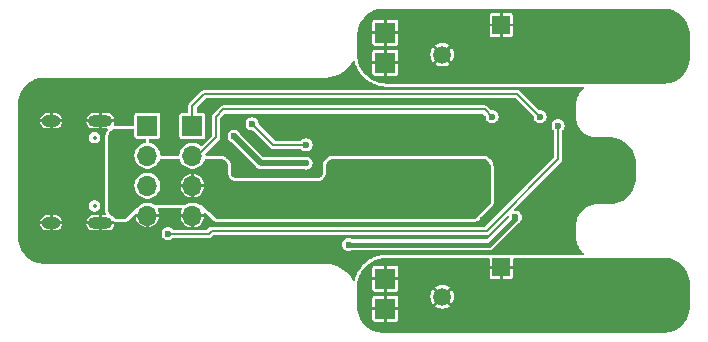
<source format=gbl>
%TF.GenerationSoftware,KiCad,Pcbnew,8.0.6*%
%TF.CreationDate,2025-01-03T23:58:44+00:00*%
%TF.ProjectId,Mini_Ammete,4d696e69-5f41-46d6-9d65-74652e6b6963,rev?*%
%TF.SameCoordinates,Original*%
%TF.FileFunction,Copper,L2,Bot*%
%TF.FilePolarity,Positive*%
%FSLAX46Y46*%
G04 Gerber Fmt 4.6, Leading zero omitted, Abs format (unit mm)*
G04 Created by KiCad (PCBNEW 8.0.6) date 2025-01-03 23:58:44*
%MOMM*%
%LPD*%
G01*
G04 APERTURE LIST*
%TA.AperFunction,ComponentPad*%
%ADD10R,1.700000X1.700000*%
%TD*%
%TA.AperFunction,ComponentPad*%
%ADD11C,1.508000*%
%TD*%
%TA.AperFunction,ComponentPad*%
%ADD12R,1.508000X1.508000*%
%TD*%
%TA.AperFunction,ComponentPad*%
%ADD13O,2.100000X1.000000*%
%TD*%
%TA.AperFunction,ComponentPad*%
%ADD14O,1.600000X1.000000*%
%TD*%
%TA.AperFunction,ComponentPad*%
%ADD15O,1.700000X1.700000*%
%TD*%
%TA.AperFunction,ViaPad*%
%ADD16C,0.600000*%
%TD*%
%TA.AperFunction,Conductor*%
%ADD17C,0.400000*%
%TD*%
%TA.AperFunction,Conductor*%
%ADD18C,0.200000*%
%TD*%
%TA.AperFunction,Conductor*%
%ADD19C,0.500000*%
%TD*%
%ADD20C,0.300000*%
%ADD21C,0.350000*%
%ADD22O,1.700000X0.600000*%
%ADD23O,1.200000X0.600000*%
G04 APERTURE END LIST*
D10*
%TO.P,J9,1,Pin_1*%
%TO.N,/+I*%
X129650000Y-87884000D03*
%TD*%
%TO.P,J8,1,Pin_1*%
%TO.N,/COM*%
X129650000Y-64516000D03*
%TD*%
D11*
%TO.P,J7,2,2*%
%TO.N,/+I*%
X134476000Y-86868000D03*
D12*
%TO.P,J7,1,1*%
X139476000Y-84368000D03*
%TD*%
D13*
%TO.P,J1,S1,SHIELD*%
%TO.N,GND*%
X105526000Y-71976000D03*
D14*
X101346000Y-71976000D03*
D13*
X105526000Y-80616000D03*
D14*
X101346000Y-80616000D03*
%TD*%
D10*
%TO.P,J5,1,Pin_1*%
%TO.N,/COM*%
X129650000Y-67056000D03*
%TD*%
%TO.P,J2,1,Pin_1*%
%TO.N,/SDA*%
X113309000Y-72400000D03*
D15*
%TO.P,J2,2,Pin_2*%
%TO.N,/SCK*%
X113309000Y-74940000D03*
%TO.P,J2,3,Pin_3*%
%TO.N,VCC*%
X113309000Y-77480000D03*
%TO.P,J2,4,Pin_4*%
%TO.N,GND*%
X113309000Y-80020000D03*
%TD*%
D10*
%TO.P,J4,1,Pin_1*%
%TO.N,/+I*%
X129650000Y-85344000D03*
%TD*%
%TO.P,J3,1,Pin_1*%
%TO.N,/SDA*%
X109499000Y-72380000D03*
D15*
%TO.P,J3,2,Pin_2*%
%TO.N,/SCK*%
X109499000Y-74920000D03*
%TO.P,J3,3,Pin_3*%
%TO.N,/RST*%
X109499000Y-77460000D03*
%TO.P,J3,4,Pin_4*%
%TO.N,GND*%
X109499000Y-80000000D03*
%TD*%
D11*
%TO.P,J6,2,2*%
%TO.N,/COM*%
X134476000Y-66368000D03*
D12*
%TO.P,J6,1,1*%
X139476000Y-63868000D03*
%TD*%
D16*
%TO.N,GND*%
X137922000Y-80391000D03*
%TO.N,VCC*%
X134493000Y-76454000D03*
X133604000Y-75819000D03*
X133604000Y-77089000D03*
X135509000Y-77089000D03*
X136398000Y-76454000D03*
%TO.N,Net-(U3B--)*%
X118364002Y-72237600D03*
%TO.N,/+I*%
X153162000Y-87630000D03*
X153162000Y-86106000D03*
%TO.N,/COM*%
X153162000Y-66548000D03*
X153162000Y-65786000D03*
%TO.N,/+I*%
X153162002Y-86868000D03*
%TO.N,/COM*%
X153162000Y-65024000D03*
%TO.N,GND*%
X125704000Y-73294514D03*
%TO.N,VCC*%
X107696000Y-73914000D03*
X107696000Y-78740000D03*
X122300994Y-78105000D03*
X135509000Y-75819000D03*
%TO.N,Net-(U3B--)*%
X122936008Y-74017463D03*
%TO.N,AIN*%
X140645000Y-80137000D03*
X126542911Y-82473911D03*
%TO.N,VREF*%
X122936000Y-75564980D03*
X116840000Y-73279006D03*
%TO.N,/SCK*%
X138684000Y-71628000D03*
%TO.N,/SDA*%
X142748000Y-71628038D03*
%TO.N,/RST*%
X111252005Y-81534005D03*
X144272000Y-72389984D03*
%TD*%
D17*
%TO.N,AIN*%
X140645000Y-80264000D02*
X140645000Y-80137000D01*
X138435090Y-82473910D02*
X140645000Y-80264000D01*
X126542910Y-82473910D02*
X138435090Y-82473910D01*
D18*
%TO.N,/RST*%
X114935000Y-81280000D02*
X114681000Y-81534000D01*
X138226800Y-81280000D02*
X114935000Y-81280000D01*
X111252010Y-81534000D02*
X111252005Y-81534005D01*
X144272000Y-75234800D02*
X138226800Y-81280000D01*
X144272000Y-72389984D02*
X144272000Y-75234800D01*
X114681000Y-81534000D02*
X111252010Y-81534000D01*
%TO.N,/SCK*%
X115316000Y-73355200D02*
X115316000Y-71628000D01*
X115925600Y-71018400D02*
X138074400Y-71018400D01*
X113731200Y-74940000D02*
X115316000Y-73355200D01*
X113309000Y-74940000D02*
X113731200Y-74940000D01*
X138074400Y-71018400D02*
X138684000Y-71628000D01*
%TO.N,/SDA*%
X140817562Y-69697600D02*
X142748000Y-71628038D01*
X113309000Y-72400000D02*
X113309000Y-70714000D01*
X114325400Y-69697600D02*
X140817562Y-69697600D01*
%TO.N,Net-(U3B--)*%
X120143865Y-74017463D02*
X118364002Y-72237600D01*
X122936008Y-74017463D02*
X120143865Y-74017463D01*
D19*
%TO.N,VREF*%
X122936000Y-75564980D02*
X119125974Y-75564980D01*
X119125974Y-75564980D02*
X116840000Y-73279006D01*
D18*
%TO.N,/SDA*%
X113309000Y-70714000D02*
X114325400Y-69697600D01*
%TO.N,/SCK*%
X115316000Y-71628000D02*
X115925600Y-71018400D01*
%TD*%
%TA.AperFunction,Conductor*%
%TO.N,GND*%
G36*
X127021644Y-66845552D02*
G01*
X127059386Y-66887782D01*
X127062114Y-66897772D01*
X127062627Y-66900349D01*
X127062627Y-66900350D01*
X127064777Y-66911158D01*
X127087005Y-67022906D01*
X127090806Y-67039210D01*
X127095000Y-67054861D01*
X127099859Y-67070879D01*
X127199745Y-67365134D01*
X127205632Y-67380776D01*
X127211846Y-67395780D01*
X127218732Y-67410977D01*
X127345739Y-67668523D01*
X127345742Y-67668528D01*
X127356195Y-67689726D01*
X127364063Y-67704447D01*
X127364071Y-67704460D01*
X127372181Y-67718507D01*
X127381010Y-67732705D01*
X127509385Y-67924832D01*
X127544495Y-67977378D01*
X127544501Y-67977386D01*
X127553653Y-67991083D01*
X127553662Y-67991096D01*
X127553663Y-67991097D01*
X127563399Y-68004685D01*
X127573273Y-68017553D01*
X127573283Y-68017565D01*
X127583876Y-68030473D01*
X127788778Y-68264118D01*
X127800209Y-68276323D01*
X127811675Y-68287789D01*
X127823880Y-68299220D01*
X128057525Y-68504122D01*
X128063984Y-68509422D01*
X128070446Y-68514726D01*
X128083314Y-68524600D01*
X128096905Y-68534338D01*
X128355294Y-68706988D01*
X128369492Y-68715818D01*
X128369494Y-68715819D01*
X128383535Y-68723926D01*
X128383539Y-68723928D01*
X128398284Y-68731809D01*
X128676996Y-68869255D01*
X128677005Y-68869259D01*
X128677013Y-68869263D01*
X128692219Y-68876152D01*
X128692230Y-68876156D01*
X128692231Y-68876157D01*
X128707217Y-68882364D01*
X128722860Y-68888252D01*
X129017131Y-68988143D01*
X129033129Y-68992996D01*
X129040962Y-68995095D01*
X129048788Y-68997192D01*
X129048792Y-68997192D01*
X129048796Y-68997194D01*
X129065079Y-69000991D01*
X129065092Y-69000994D01*
X129274699Y-69042687D01*
X129369861Y-69061616D01*
X129369866Y-69061616D01*
X129369872Y-69061618D01*
X129374099Y-69062315D01*
X129386359Y-69064339D01*
X129402440Y-69066456D01*
X129419077Y-69068095D01*
X129733246Y-69088687D01*
X129741581Y-69089097D01*
X129749691Y-69089363D01*
X129757398Y-69089489D01*
X129758062Y-69089500D01*
X129758067Y-69089500D01*
X146430378Y-69089500D01*
X146482704Y-69111174D01*
X146504378Y-69163500D01*
X146482704Y-69215826D01*
X146478837Y-69219426D01*
X146309058Y-69366537D01*
X146309054Y-69366541D01*
X146145079Y-69555775D01*
X146009701Y-69766427D01*
X145905681Y-69994195D01*
X145905679Y-69994200D01*
X145835137Y-70234443D01*
X145835135Y-70234455D01*
X145799500Y-70482302D01*
X145799500Y-71684877D01*
X145799502Y-71684898D01*
X145799502Y-71753204D01*
X145799503Y-71753210D01*
X145821424Y-71905661D01*
X145835146Y-72001084D01*
X145835147Y-72001088D01*
X145905703Y-72241355D01*
X145905704Y-72241360D01*
X145991838Y-72429945D01*
X146009739Y-72469138D01*
X146048341Y-72529197D01*
X146145136Y-72679796D01*
X146145141Y-72679802D01*
X146309135Y-72869036D01*
X146309146Y-72869047D01*
X146498399Y-73033010D01*
X146498404Y-73033014D01*
X146558459Y-73071600D01*
X146709085Y-73168382D01*
X146936885Y-73272386D01*
X147177169Y-73342909D01*
X147425044Y-73378515D01*
X147493576Y-73378505D01*
X147503614Y-73379400D01*
X147509403Y-73379293D01*
X147551944Y-73378507D01*
X147553100Y-73378496D01*
X147594423Y-73378491D01*
X147594425Y-73378490D01*
X147595134Y-73378490D01*
X147605060Y-73377528D01*
X148530230Y-73360468D01*
X148532000Y-73360588D01*
X148537396Y-73360471D01*
X148537398Y-73360472D01*
X148579290Y-73359569D01*
X148583772Y-73359609D01*
X148852184Y-73370273D01*
X148861167Y-73371183D01*
X149102057Y-73410600D01*
X149123972Y-73414186D01*
X149132805Y-73416193D01*
X149155093Y-73422715D01*
X149388385Y-73490983D01*
X149396895Y-73494050D01*
X149641419Y-73599507D01*
X149649493Y-73603592D01*
X149879302Y-73738136D01*
X149886824Y-73743182D01*
X150098465Y-73904788D01*
X150105314Y-73910716D01*
X150295620Y-74096967D01*
X150301694Y-74103687D01*
X150467824Y-74311803D01*
X150473024Y-74319203D01*
X150502999Y-74367963D01*
X150612488Y-74546068D01*
X150616750Y-74554060D01*
X150714785Y-74768553D01*
X150727439Y-74796237D01*
X150730694Y-74804692D01*
X150810969Y-75058599D01*
X150813165Y-75067386D01*
X150861817Y-75329199D01*
X150862924Y-75338190D01*
X150879361Y-75606233D01*
X150879500Y-75610762D01*
X150879500Y-76789263D01*
X150879365Y-76793731D01*
X150863369Y-77058173D01*
X150862292Y-77067043D01*
X150814943Y-77325427D01*
X150812804Y-77334104D01*
X150734658Y-77584887D01*
X150731490Y-77593242D01*
X150623680Y-77832794D01*
X150619527Y-77840706D01*
X150483636Y-78065504D01*
X150478560Y-78072858D01*
X150316564Y-78279637D01*
X150310639Y-78286326D01*
X150124893Y-78472080D01*
X150118204Y-78478006D01*
X149911428Y-78640011D01*
X149904075Y-78645087D01*
X149679275Y-78780991D01*
X149671362Y-78785144D01*
X149431827Y-78892958D01*
X149423472Y-78896127D01*
X149172677Y-78974286D01*
X149164001Y-78976424D01*
X148905632Y-79023781D01*
X148896761Y-79024859D01*
X148632579Y-79040848D01*
X148629471Y-79040970D01*
X148628490Y-79040988D01*
X148627185Y-79041000D01*
X148585084Y-79041001D01*
X148575400Y-79041935D01*
X147565430Y-79059951D01*
X147563958Y-79059851D01*
X147514335Y-79060863D01*
X147514147Y-79060866D01*
X147458986Y-79061850D01*
X147457134Y-79062068D01*
X147390728Y-79063468D01*
X147146819Y-79103170D01*
X147146816Y-79103171D01*
X146910919Y-79176738D01*
X146910904Y-79176743D01*
X146687669Y-79282726D01*
X146481533Y-79419018D01*
X146296580Y-79582921D01*
X146136496Y-79771171D01*
X146004443Y-79980043D01*
X146004442Y-79980044D01*
X145903034Y-80205409D01*
X145903031Y-80205416D01*
X145834296Y-80442763D01*
X145834293Y-80442778D01*
X145799581Y-80687432D01*
X145799581Y-80687438D01*
X145799536Y-80753891D01*
X145799500Y-80754270D01*
X145799500Y-81956701D01*
X145819981Y-82099147D01*
X145835135Y-82204543D01*
X145892160Y-82398756D01*
X145905679Y-82444797D01*
X146009691Y-82672554D01*
X146009698Y-82672567D01*
X146060447Y-82751534D01*
X146145067Y-82883207D01*
X146194020Y-82939702D01*
X146309033Y-83072437D01*
X146309038Y-83072442D01*
X146309039Y-83072443D01*
X146410735Y-83160565D01*
X146433828Y-83180575D01*
X146459180Y-83231222D01*
X146441293Y-83284960D01*
X146390646Y-83310312D01*
X146385368Y-83310500D01*
X140603998Y-83310500D01*
X140549687Y-83316339D01*
X140498177Y-83327544D01*
X140476969Y-83333363D01*
X140471802Y-83334781D01*
X140471801Y-83334781D01*
X140471799Y-83334782D01*
X140398639Y-83376442D01*
X140342444Y-83383500D01*
X140333705Y-83380505D01*
X140327739Y-83378033D01*
X140278917Y-83368322D01*
X140254674Y-83363500D01*
X138697326Y-83363500D01*
X138660793Y-83370767D01*
X138624258Y-83378034D01*
X138619638Y-83379948D01*
X138563001Y-83379946D01*
X138557022Y-83377151D01*
X138487023Y-83340534D01*
X138419989Y-83320850D01*
X138419981Y-83320849D01*
X138348004Y-83310500D01*
X138348000Y-83310500D01*
X129758067Y-83310500D01*
X129758060Y-83310500D01*
X129749750Y-83310635D01*
X129741613Y-83310901D01*
X129733247Y-83311312D01*
X129547685Y-83323474D01*
X129419044Y-83331905D01*
X129402404Y-83333545D01*
X129386337Y-83335662D01*
X129369881Y-83338379D01*
X129065099Y-83399003D01*
X129048780Y-83402808D01*
X129033136Y-83407001D01*
X129017120Y-83411859D01*
X128927737Y-83442198D01*
X128927684Y-83442218D01*
X128722845Y-83511752D01*
X128707209Y-83517637D01*
X128692247Y-83523834D01*
X128677014Y-83530735D01*
X128398278Y-83668192D01*
X128383528Y-83676077D01*
X128369493Y-83684180D01*
X128355306Y-83693001D01*
X128096886Y-83865673D01*
X128083298Y-83875410D01*
X128070469Y-83885253D01*
X128057529Y-83895873D01*
X127823874Y-84100783D01*
X127811669Y-84112214D01*
X127800214Y-84123669D01*
X127788783Y-84135874D01*
X127644053Y-84300908D01*
X127583872Y-84369529D01*
X127573253Y-84382469D01*
X127563410Y-84395298D01*
X127563188Y-84395608D01*
X127553668Y-84408893D01*
X127548315Y-84416905D01*
X127381001Y-84667306D01*
X127372180Y-84681493D01*
X127364077Y-84695528D01*
X127356192Y-84710278D01*
X127231318Y-84963500D01*
X127231317Y-84963501D01*
X127218740Y-84989002D01*
X127211831Y-85004252D01*
X127205640Y-85019201D01*
X127199752Y-85034848D01*
X127199751Y-85034851D01*
X127164936Y-85137412D01*
X127164935Y-85137413D01*
X127162623Y-85144225D01*
X127099854Y-85329135D01*
X127095006Y-85345118D01*
X127090806Y-85360787D01*
X127087006Y-85377084D01*
X127062117Y-85502211D01*
X127030651Y-85549303D01*
X126975102Y-85560352D01*
X126928010Y-85528886D01*
X126922867Y-85519880D01*
X126911099Y-85495442D01*
X126836726Y-85377078D01*
X126746735Y-85233857D01*
X126554120Y-84992326D01*
X126335674Y-84773880D01*
X126237431Y-84695534D01*
X126094143Y-84581265D01*
X125832563Y-84416904D01*
X125554225Y-84282863D01*
X125262643Y-84180834D01*
X125262627Y-84180829D01*
X124961456Y-84112089D01*
X124807958Y-84094794D01*
X124654465Y-84077500D01*
X124654461Y-84077500D01*
X100800236Y-84077500D01*
X100795768Y-84077365D01*
X100531322Y-84061369D01*
X100522451Y-84060292D01*
X100264057Y-84012940D01*
X100255381Y-84010801D01*
X100004597Y-83932653D01*
X99996241Y-83929485D01*
X99756683Y-83821668D01*
X99748771Y-83817515D01*
X99523969Y-83681617D01*
X99516615Y-83676541D01*
X99309829Y-83514535D01*
X99303140Y-83508609D01*
X99117390Y-83322859D01*
X99111464Y-83316170D01*
X98949458Y-83109384D01*
X98944382Y-83102030D01*
X98818447Y-82893708D01*
X98808483Y-82877226D01*
X98804331Y-82869316D01*
X98803078Y-82866531D01*
X98696510Y-82629750D01*
X98693349Y-82621411D01*
X98615195Y-82370606D01*
X98613062Y-82361955D01*
X98565705Y-82103539D01*
X98564631Y-82094687D01*
X98548635Y-81830231D01*
X98548500Y-81825763D01*
X98548500Y-81534005D01*
X110696755Y-81534005D01*
X110715674Y-81677713D01*
X110761079Y-81787330D01*
X110771144Y-81811630D01*
X110859384Y-81926626D01*
X110974380Y-82014866D01*
X111108296Y-82070335D01*
X111252005Y-82089255D01*
X111395714Y-82070335D01*
X111529630Y-82014866D01*
X111644626Y-81926626D01*
X111650738Y-81918661D01*
X111654737Y-81913450D01*
X111703787Y-81885133D01*
X111713444Y-81884500D01*
X114727146Y-81884500D01*
X114727146Y-81884499D01*
X114816288Y-81860614D01*
X114896212Y-81814470D01*
X115058507Y-81652173D01*
X115110833Y-81630500D01*
X138272946Y-81630500D01*
X138272946Y-81630499D01*
X138362088Y-81606614D01*
X138442012Y-81560470D01*
X139969605Y-80032875D01*
X140021930Y-80011202D01*
X140074256Y-80032876D01*
X140095930Y-80085202D01*
X140095297Y-80094860D01*
X140089750Y-80136999D01*
X140089750Y-80137001D01*
X140090239Y-80140719D01*
X140075575Y-80195425D01*
X140069197Y-80202697D01*
X138270161Y-82001736D01*
X138217835Y-82023410D01*
X126885221Y-82023410D01*
X126840173Y-82008118D01*
X126820536Y-81993050D01*
X126820534Y-81993049D01*
X126686619Y-81937580D01*
X126542911Y-81918661D01*
X126399202Y-81937580D01*
X126265287Y-81993049D01*
X126150290Y-82081290D01*
X126062049Y-82196287D01*
X126006580Y-82330202D01*
X125987661Y-82473911D01*
X126006580Y-82617619D01*
X126029335Y-82672554D01*
X126062050Y-82751536D01*
X126150290Y-82866532D01*
X126265286Y-82954772D01*
X126399202Y-83010241D01*
X126542911Y-83029161D01*
X126686620Y-83010241D01*
X126820536Y-82954772D01*
X126820539Y-82954769D01*
X126820542Y-82954768D01*
X126840177Y-82939702D01*
X126885225Y-82924410D01*
X138494399Y-82924410D01*
X138584763Y-82900196D01*
X138584764Y-82900196D01*
X138595440Y-82897335D01*
X138608977Y-82893709D01*
X138711704Y-82834399D01*
X140943350Y-80602752D01*
X140950603Y-80596391D01*
X141037621Y-80529621D01*
X141125861Y-80414625D01*
X141181330Y-80280709D01*
X141200250Y-80137000D01*
X141181330Y-79993291D01*
X141125861Y-79859375D01*
X141037621Y-79744379D01*
X140922625Y-79656139D01*
X140886904Y-79641343D01*
X140788708Y-79600669D01*
X140653894Y-79582921D01*
X140645000Y-79581750D01*
X140644999Y-79581750D01*
X140602860Y-79587297D01*
X140548153Y-79572637D01*
X140519835Y-79523588D01*
X140534495Y-79468881D01*
X140540868Y-79461612D01*
X144552470Y-75450012D01*
X144598614Y-75370088D01*
X144622499Y-75280946D01*
X144622500Y-75280946D01*
X144622500Y-72851418D01*
X144644174Y-72799092D01*
X144651453Y-72792709D01*
X144660302Y-72785919D01*
X144664621Y-72782605D01*
X144752861Y-72667609D01*
X144808330Y-72533693D01*
X144827250Y-72389984D01*
X144808330Y-72246275D01*
X144752861Y-72112359D01*
X144664621Y-71997363D01*
X144549625Y-71909123D01*
X144541180Y-71905625D01*
X144415708Y-71853653D01*
X144272000Y-71834734D01*
X144128291Y-71853653D01*
X143994376Y-71909122D01*
X143879379Y-71997363D01*
X143791138Y-72112360D01*
X143735669Y-72246275D01*
X143716750Y-72389984D01*
X143735669Y-72533692D01*
X143791138Y-72667607D01*
X143791140Y-72667611D01*
X143879377Y-72782603D01*
X143879380Y-72782606D01*
X143892547Y-72792709D01*
X143920867Y-72841757D01*
X143921500Y-72851418D01*
X143921500Y-75058966D01*
X143899826Y-75111292D01*
X138103292Y-80907826D01*
X138050966Y-80929500D01*
X114888854Y-80929500D01*
X114799715Y-80953384D01*
X114799710Y-80953386D01*
X114719789Y-80999529D01*
X114557492Y-81161826D01*
X114505166Y-81183500D01*
X111713435Y-81183500D01*
X111661109Y-81161826D01*
X111654734Y-81154557D01*
X111644626Y-81141384D01*
X111529630Y-81053144D01*
X111529628Y-81053143D01*
X111395713Y-80997674D01*
X111252005Y-80978755D01*
X111108296Y-80997674D01*
X110974381Y-81053143D01*
X110859384Y-81141384D01*
X110771143Y-81256381D01*
X110715674Y-81390296D01*
X110696755Y-81534005D01*
X98548500Y-81534005D01*
X98548500Y-80490999D01*
X100408129Y-80490999D01*
X100408130Y-80491000D01*
X100771758Y-80491000D01*
X100766444Y-80500204D01*
X100746000Y-80576504D01*
X100746000Y-80655496D01*
X100766444Y-80731796D01*
X100771758Y-80741000D01*
X100408129Y-80741000D01*
X100420977Y-80805591D01*
X100420979Y-80805598D01*
X100469978Y-80923890D01*
X100541111Y-81030350D01*
X100631649Y-81120888D01*
X100738109Y-81192021D01*
X100856401Y-81241020D01*
X100856408Y-81241022D01*
X100981982Y-81266000D01*
X101221000Y-81266000D01*
X101221000Y-80916000D01*
X101471000Y-80916000D01*
X101471000Y-81266000D01*
X101710018Y-81266000D01*
X101835591Y-81241022D01*
X101835598Y-81241020D01*
X101953890Y-81192021D01*
X102060350Y-81120888D01*
X102060352Y-81120887D01*
X102150887Y-81030352D01*
X102150888Y-81030350D01*
X102222021Y-80923890D01*
X102271020Y-80805598D01*
X102271022Y-80805591D01*
X102283870Y-80741000D01*
X101920242Y-80741000D01*
X101925556Y-80731796D01*
X101946000Y-80655496D01*
X101946000Y-80576504D01*
X101925556Y-80500204D01*
X101920242Y-80491000D01*
X102283870Y-80491000D01*
X102283870Y-80490999D01*
X102271022Y-80426408D01*
X102271020Y-80426401D01*
X102222021Y-80308109D01*
X102150888Y-80201649D01*
X102060350Y-80111111D01*
X101953890Y-80039978D01*
X101835598Y-79990979D01*
X101835591Y-79990977D01*
X101710018Y-79966000D01*
X101471000Y-79966000D01*
X101471000Y-80316000D01*
X101221000Y-80316000D01*
X101221000Y-79966000D01*
X100981982Y-79966000D01*
X100856408Y-79990977D01*
X100856401Y-79990979D01*
X100738109Y-80039978D01*
X100631649Y-80111111D01*
X100631648Y-80111113D01*
X100541113Y-80201648D01*
X100541111Y-80201649D01*
X100469978Y-80308109D01*
X100420979Y-80426401D01*
X100420977Y-80426408D01*
X100408129Y-80490999D01*
X98548500Y-80490999D01*
X98548500Y-79123396D01*
X104550500Y-79123396D01*
X104550500Y-79248603D01*
X104582904Y-79369535D01*
X104636060Y-79461604D01*
X104645505Y-79477964D01*
X104734036Y-79566495D01*
X104842464Y-79629095D01*
X104842463Y-79629095D01*
X104912286Y-79647804D01*
X104963396Y-79661499D01*
X104963397Y-79661500D01*
X104963399Y-79661500D01*
X105088603Y-79661500D01*
X105088603Y-79661499D01*
X105209536Y-79629095D01*
X105317964Y-79566495D01*
X105406495Y-79477964D01*
X105469095Y-79369536D01*
X105501499Y-79248603D01*
X105501500Y-79248603D01*
X105501500Y-79123397D01*
X105501499Y-79123396D01*
X105498833Y-79113448D01*
X105469095Y-79002464D01*
X105406495Y-78894036D01*
X105317964Y-78805505D01*
X105317963Y-78805504D01*
X105209534Y-78742904D01*
X105209536Y-78742904D01*
X105088603Y-78710500D01*
X105088601Y-78710500D01*
X104963399Y-78710500D01*
X104963397Y-78710500D01*
X104842464Y-78742904D01*
X104734036Y-78805504D01*
X104645504Y-78894036D01*
X104582904Y-79002464D01*
X104550500Y-79123396D01*
X98548500Y-79123396D01*
X98548500Y-73343396D01*
X104550500Y-73343396D01*
X104550500Y-73468603D01*
X104582904Y-73589535D01*
X104630300Y-73671627D01*
X104645505Y-73697964D01*
X104734036Y-73786495D01*
X104842464Y-73849095D01*
X104842463Y-73849095D01*
X104912286Y-73867804D01*
X104963396Y-73881499D01*
X104963397Y-73881500D01*
X104963399Y-73881500D01*
X105088603Y-73881500D01*
X105088603Y-73881499D01*
X105209536Y-73849095D01*
X105317964Y-73786495D01*
X105406495Y-73697964D01*
X105469095Y-73589536D01*
X105501499Y-73468603D01*
X105501500Y-73468603D01*
X105501500Y-73343397D01*
X105501499Y-73343396D01*
X105500593Y-73340016D01*
X105469095Y-73222464D01*
X105406495Y-73114036D01*
X105317964Y-73025505D01*
X105317963Y-73025504D01*
X105209534Y-72962904D01*
X105209536Y-72962904D01*
X105088603Y-72930500D01*
X105088601Y-72930500D01*
X104963399Y-72930500D01*
X104963397Y-72930500D01*
X104842464Y-72962904D01*
X104734036Y-73025504D01*
X104645504Y-73114036D01*
X104582904Y-73222464D01*
X104550500Y-73343396D01*
X98548500Y-73343396D01*
X98548500Y-71850999D01*
X100408129Y-71850999D01*
X100408130Y-71851000D01*
X100771758Y-71851000D01*
X100766444Y-71860204D01*
X100746000Y-71936504D01*
X100746000Y-72015496D01*
X100766444Y-72091796D01*
X100771758Y-72101000D01*
X100408129Y-72101000D01*
X100420977Y-72165591D01*
X100420979Y-72165598D01*
X100469978Y-72283890D01*
X100541111Y-72390350D01*
X100631649Y-72480888D01*
X100738109Y-72552021D01*
X100856401Y-72601020D01*
X100856408Y-72601022D01*
X100981982Y-72626000D01*
X101221000Y-72626000D01*
X101221000Y-72276000D01*
X101471000Y-72276000D01*
X101471000Y-72626000D01*
X101710018Y-72626000D01*
X101835591Y-72601022D01*
X101835598Y-72601020D01*
X101953890Y-72552021D01*
X102060350Y-72480888D01*
X102060352Y-72480887D01*
X102150887Y-72390352D01*
X102150888Y-72390350D01*
X102222021Y-72283890D01*
X102271020Y-72165598D01*
X102271022Y-72165591D01*
X102283870Y-72101000D01*
X101920242Y-72101000D01*
X101925556Y-72091796D01*
X101946000Y-72015496D01*
X101946000Y-71936504D01*
X101925556Y-71860204D01*
X101920242Y-71851000D01*
X102283870Y-71851000D01*
X102283870Y-71850999D01*
X104338129Y-71850999D01*
X104338130Y-71851000D01*
X104701758Y-71851000D01*
X104696444Y-71860204D01*
X104676000Y-71936504D01*
X104676000Y-72015496D01*
X104696444Y-72091796D01*
X104701758Y-72101000D01*
X104338129Y-72101000D01*
X104350977Y-72165591D01*
X104350979Y-72165598D01*
X104399978Y-72283890D01*
X104471111Y-72390350D01*
X104561649Y-72480888D01*
X104668109Y-72552021D01*
X104786401Y-72601020D01*
X104786408Y-72601022D01*
X104911982Y-72626000D01*
X105401000Y-72626000D01*
X105401000Y-72276000D01*
X105651000Y-72276000D01*
X105651000Y-72626000D01*
X106071205Y-72626000D01*
X106123531Y-72647674D01*
X106145205Y-72700000D01*
X106129060Y-72746139D01*
X106082595Y-72804402D01*
X106082589Y-72804410D01*
X106066008Y-72827779D01*
X106057200Y-72841796D01*
X106043337Y-72866879D01*
X105982316Y-72993589D01*
X105982301Y-72993624D01*
X105971356Y-73020045D01*
X105971351Y-73020058D01*
X105971349Y-73020064D01*
X105965881Y-73035688D01*
X105965880Y-73035691D01*
X105957941Y-73063245D01*
X105926447Y-73201231D01*
X105926445Y-73201242D01*
X105922007Y-73226445D01*
X105920176Y-73241109D01*
X105918279Y-73266654D01*
X105918279Y-73266655D01*
X105916963Y-73321612D01*
X105916592Y-73337089D01*
X105916540Y-73340016D01*
X105916518Y-73341832D01*
X105916500Y-73344962D01*
X105916500Y-79563036D01*
X105916518Y-79566166D01*
X105916540Y-79567975D01*
X105916592Y-79570910D01*
X105918279Y-79641343D01*
X105920176Y-79666887D01*
X105922008Y-79681563D01*
X105926448Y-79706779D01*
X105957942Y-79844753D01*
X105957946Y-79844766D01*
X105965652Y-79871513D01*
X105959311Y-79927794D01*
X105915031Y-79963108D01*
X105894544Y-79966000D01*
X105651000Y-79966000D01*
X105651000Y-80316000D01*
X105401000Y-80316000D01*
X105401000Y-79966000D01*
X104911982Y-79966000D01*
X104786408Y-79990977D01*
X104786401Y-79990979D01*
X104668109Y-80039978D01*
X104561649Y-80111111D01*
X104561648Y-80111113D01*
X104471113Y-80201648D01*
X104471111Y-80201649D01*
X104399978Y-80308109D01*
X104350979Y-80426401D01*
X104350977Y-80426408D01*
X104338129Y-80490999D01*
X104338130Y-80491000D01*
X104701758Y-80491000D01*
X104696444Y-80500204D01*
X104676000Y-80576504D01*
X104676000Y-80655496D01*
X104696444Y-80731796D01*
X104701758Y-80741000D01*
X104338129Y-80741000D01*
X104350977Y-80805591D01*
X104350979Y-80805598D01*
X104399978Y-80923890D01*
X104471111Y-81030350D01*
X104561649Y-81120888D01*
X104668109Y-81192021D01*
X104786401Y-81241020D01*
X104786408Y-81241022D01*
X104911982Y-81266000D01*
X105401000Y-81266000D01*
X105401000Y-80916000D01*
X105651000Y-80916000D01*
X105651000Y-81266000D01*
X106140018Y-81266000D01*
X106265591Y-81241022D01*
X106265598Y-81241020D01*
X106383890Y-81192021D01*
X106490350Y-81120888D01*
X106490352Y-81120887D01*
X106580887Y-81030352D01*
X106580888Y-81030350D01*
X106652021Y-80923890D01*
X106701020Y-80805598D01*
X106701022Y-80805591D01*
X106713870Y-80741000D01*
X106350242Y-80741000D01*
X106355556Y-80731796D01*
X106376000Y-80655496D01*
X106376000Y-80576504D01*
X106355556Y-80500204D01*
X106350242Y-80491000D01*
X106659714Y-80491000D01*
X106689465Y-80497243D01*
X106704788Y-80503972D01*
X106729227Y-80509551D01*
X106754444Y-80513992D01*
X106769129Y-80515825D01*
X106794650Y-80517719D01*
X106864999Y-80519406D01*
X106868100Y-80519461D01*
X106869874Y-80519482D01*
X106872898Y-80519500D01*
X106872962Y-80519500D01*
X107665346Y-80519500D01*
X107665348Y-80519500D01*
X107763123Y-80500051D01*
X107812116Y-80479757D01*
X107814843Y-80478782D01*
X107815449Y-80478377D01*
X107815450Y-80478377D01*
X107898340Y-80422992D01*
X108424657Y-79896673D01*
X108476982Y-79875000D01*
X109014856Y-79875000D01*
X108999000Y-79934174D01*
X108999000Y-80065826D01*
X109014856Y-80125000D01*
X108506473Y-80125000D01*
X108513469Y-80196035D01*
X108570651Y-80384539D01*
X108663504Y-80558252D01*
X108663513Y-80558266D01*
X108788471Y-80710526D01*
X108788473Y-80710528D01*
X108940733Y-80835486D01*
X108940747Y-80835495D01*
X109114460Y-80928348D01*
X109302964Y-80985530D01*
X109374000Y-80992526D01*
X109374000Y-80484144D01*
X109433174Y-80500000D01*
X109564826Y-80500000D01*
X109624000Y-80484144D01*
X109624000Y-80992526D01*
X109695035Y-80985530D01*
X109883539Y-80928348D01*
X110057252Y-80835495D01*
X110057266Y-80835486D01*
X110209526Y-80710528D01*
X110209528Y-80710526D01*
X110334486Y-80558266D01*
X110334495Y-80558252D01*
X110427348Y-80384539D01*
X110484530Y-80196035D01*
X110491527Y-80125000D01*
X109983144Y-80125000D01*
X109999000Y-80065826D01*
X109999000Y-79934174D01*
X109983144Y-79875000D01*
X110491526Y-79875000D01*
X110484530Y-79803964D01*
X110427347Y-79615460D01*
X110357821Y-79485383D01*
X110352270Y-79429019D01*
X110388200Y-79385238D01*
X110423083Y-79376500D01*
X112395608Y-79376500D01*
X112447934Y-79398174D01*
X112469608Y-79450500D01*
X112460870Y-79485383D01*
X112380651Y-79635460D01*
X112323469Y-79823964D01*
X112316473Y-79895000D01*
X112824856Y-79895000D01*
X112809000Y-79954174D01*
X112809000Y-80085826D01*
X112824856Y-80145000D01*
X112316473Y-80145000D01*
X112323469Y-80216035D01*
X112380651Y-80404539D01*
X112473504Y-80578252D01*
X112473513Y-80578266D01*
X112598471Y-80730526D01*
X112598473Y-80730528D01*
X112750733Y-80855486D01*
X112750747Y-80855495D01*
X112924460Y-80948348D01*
X113112964Y-81005530D01*
X113184000Y-81012526D01*
X113184000Y-80504144D01*
X113243174Y-80520000D01*
X113374826Y-80520000D01*
X113434000Y-80504144D01*
X113434000Y-81012526D01*
X113505035Y-81005530D01*
X113693539Y-80948348D01*
X113867252Y-80855495D01*
X113867266Y-80855486D01*
X114019526Y-80730528D01*
X114019528Y-80730526D01*
X114144486Y-80578266D01*
X114144495Y-80578252D01*
X114237348Y-80404539D01*
X114294530Y-80216035D01*
X114301527Y-80145000D01*
X113793144Y-80145000D01*
X113809000Y-80085826D01*
X113809000Y-79954174D01*
X113793144Y-79895000D01*
X114301526Y-79895000D01*
X114298587Y-79865160D01*
X114315028Y-79810962D01*
X114364977Y-79784262D01*
X114419175Y-79800703D01*
X114421730Y-79802899D01*
X114445136Y-79823964D01*
X115121728Y-80432898D01*
X115121816Y-80432974D01*
X115123265Y-80434278D01*
X115123989Y-80434930D01*
X115173587Y-80465309D01*
X115203357Y-80483544D01*
X115252860Y-80502540D01*
X115344396Y-80519500D01*
X137256349Y-80519500D01*
X137256350Y-80519500D01*
X137354126Y-80500051D01*
X137393977Y-80483544D01*
X137406447Y-80478379D01*
X137406447Y-80478378D01*
X137406451Y-80478377D01*
X137489341Y-80422990D01*
X137629964Y-80282365D01*
X137641391Y-80270166D01*
X137647772Y-80262890D01*
X137658378Y-80249966D01*
X137705672Y-80188331D01*
X137719332Y-80174672D01*
X137780966Y-80127378D01*
X137793890Y-80116772D01*
X137801166Y-80110391D01*
X137813367Y-80098963D01*
X138715992Y-79196339D01*
X138715992Y-79196338D01*
X138715992Y-79196337D01*
X138717730Y-79194600D01*
X138720037Y-79190283D01*
X138771377Y-79113448D01*
X138793051Y-79061122D01*
X138812500Y-78963347D01*
X138812500Y-75884898D01*
X138812482Y-75881874D01*
X138812461Y-75880100D01*
X138812406Y-75876998D01*
X138810719Y-75806654D01*
X138808825Y-75781134D01*
X138806991Y-75766441D01*
X138802552Y-75741232D01*
X138771056Y-75603241D01*
X138763123Y-75575705D01*
X138757650Y-75560065D01*
X138746687Y-75533599D01*
X138685664Y-75406883D01*
X138671802Y-75381803D01*
X138662988Y-75367776D01*
X138646409Y-75344410D01*
X138637831Y-75333654D01*
X138558709Y-75234439D01*
X138539621Y-75213080D01*
X138527918Y-75201377D01*
X138506559Y-75182289D01*
X138494107Y-75172359D01*
X138396587Y-75094588D01*
X138373220Y-75078008D01*
X138373197Y-75077992D01*
X138363434Y-75071859D01*
X138359193Y-75069194D01*
X138334117Y-75055336D01*
X138334112Y-75055334D01*
X138334102Y-75055328D01*
X138207386Y-74994306D01*
X138180941Y-74983352D01*
X138165296Y-74977877D01*
X138165281Y-74977872D01*
X138137793Y-74969952D01*
X138137750Y-74969941D01*
X137999783Y-74938450D01*
X137999772Y-74938448D01*
X137999763Y-74938446D01*
X137986171Y-74936053D01*
X137974563Y-74934009D01*
X137959880Y-74932176D01*
X137959877Y-74932175D01*
X137959871Y-74932175D01*
X137949443Y-74931400D01*
X137934338Y-74930279D01*
X137934349Y-74930279D01*
X137869182Y-74928718D01*
X137866334Y-74928650D01*
X137866333Y-74928650D01*
X137866331Y-74928649D01*
X137863968Y-74928593D01*
X137860972Y-74928540D01*
X137860924Y-74928539D01*
X137860901Y-74928539D01*
X137860535Y-74928534D01*
X137859170Y-74928518D01*
X137857929Y-74928510D01*
X137856102Y-74928500D01*
X125287898Y-74928500D01*
X125286035Y-74928511D01*
X125284832Y-74928518D01*
X125283797Y-74928530D01*
X125283099Y-74928539D01*
X125281082Y-74928574D01*
X125279979Y-74928594D01*
X125278136Y-74928637D01*
X125278137Y-74928638D01*
X125277938Y-74928642D01*
X125277939Y-74928643D01*
X125277850Y-74928645D01*
X125277751Y-74928647D01*
X125254562Y-74929203D01*
X125209650Y-74930279D01*
X125188592Y-74931843D01*
X125184119Y-74932175D01*
X125184115Y-74932175D01*
X125184108Y-74932176D01*
X125169445Y-74934007D01*
X125169442Y-74934007D01*
X125169438Y-74934008D01*
X125161115Y-74935473D01*
X125144242Y-74938445D01*
X125144231Y-74938447D01*
X125006245Y-74969941D01*
X124978698Y-74977878D01*
X124978688Y-74977881D01*
X124963064Y-74983349D01*
X124963058Y-74983351D01*
X124963045Y-74983356D01*
X124936624Y-74994301D01*
X124936589Y-74994316D01*
X124809879Y-75055337D01*
X124784796Y-75069200D01*
X124770779Y-75078008D01*
X124747410Y-75094589D01*
X124747402Y-75094595D01*
X124637434Y-75182293D01*
X124616075Y-75201381D01*
X124604381Y-75213075D01*
X124585293Y-75234434D01*
X124497595Y-75344402D01*
X124497589Y-75344410D01*
X124481008Y-75367779D01*
X124472200Y-75381796D01*
X124458337Y-75406879D01*
X124397316Y-75533589D01*
X124397301Y-75533624D01*
X124386356Y-75560045D01*
X124380880Y-75575691D01*
X124372941Y-75603245D01*
X124341447Y-75741231D01*
X124341445Y-75741242D01*
X124337007Y-75766444D01*
X124335173Y-75781128D01*
X124335172Y-75781141D01*
X124333280Y-75806650D01*
X124333279Y-75806678D01*
X124333060Y-75815853D01*
X124333060Y-75815855D01*
X124331592Y-75877093D01*
X124331540Y-75880019D01*
X124331518Y-75881832D01*
X124331500Y-75884962D01*
X124331500Y-76385020D01*
X124331479Y-76386796D01*
X124330480Y-76428414D01*
X124328646Y-76443105D01*
X124309273Y-76527982D01*
X124303800Y-76543622D01*
X124267758Y-76618464D01*
X124258941Y-76632496D01*
X124207152Y-76697436D01*
X124195436Y-76709152D01*
X124130496Y-76760941D01*
X124116464Y-76769758D01*
X124041622Y-76805800D01*
X124025982Y-76811273D01*
X123941105Y-76830646D01*
X123926414Y-76832480D01*
X123886358Y-76833441D01*
X123884795Y-76833479D01*
X123883021Y-76833500D01*
X117035979Y-76833500D01*
X117034204Y-76833479D01*
X117032583Y-76833440D01*
X116992584Y-76832480D01*
X116977893Y-76830646D01*
X116893016Y-76811273D01*
X116877376Y-76805800D01*
X116802534Y-76769758D01*
X116788503Y-76760942D01*
X116771371Y-76747280D01*
X116723556Y-76709148D01*
X116711850Y-76697442D01*
X116660050Y-76632487D01*
X116651239Y-76618464D01*
X116615199Y-76543624D01*
X116609727Y-76527985D01*
X116590352Y-76443103D01*
X116588517Y-76428413D01*
X116587521Y-76386789D01*
X116587500Y-76385018D01*
X116587500Y-75884962D01*
X116587500Y-75884898D01*
X116587482Y-75881874D01*
X116587461Y-75880100D01*
X116587406Y-75876998D01*
X116585719Y-75806654D01*
X116583825Y-75781134D01*
X116581991Y-75766441D01*
X116577552Y-75741232D01*
X116546056Y-75603241D01*
X116538123Y-75575705D01*
X116532650Y-75560065D01*
X116521687Y-75533599D01*
X116460664Y-75406883D01*
X116446802Y-75381803D01*
X116437988Y-75367776D01*
X116421409Y-75344410D01*
X116412831Y-75333654D01*
X116333709Y-75234439D01*
X116314621Y-75213080D01*
X116302918Y-75201377D01*
X116281559Y-75182289D01*
X116269107Y-75172359D01*
X116171587Y-75094588D01*
X116148220Y-75078008D01*
X116148197Y-75077992D01*
X116138434Y-75071859D01*
X116134193Y-75069194D01*
X116109117Y-75055336D01*
X116109112Y-75055334D01*
X116109102Y-75055328D01*
X115982386Y-74994306D01*
X115955941Y-74983352D01*
X115940296Y-74977877D01*
X115940281Y-74977872D01*
X115912793Y-74969952D01*
X115912750Y-74969941D01*
X115774783Y-74938450D01*
X115774772Y-74938448D01*
X115774763Y-74938446D01*
X115761171Y-74936053D01*
X115749563Y-74934009D01*
X115734880Y-74932176D01*
X115734877Y-74932175D01*
X115734871Y-74932175D01*
X115724443Y-74931400D01*
X115709338Y-74930279D01*
X115709349Y-74930279D01*
X115644182Y-74928718D01*
X115641334Y-74928650D01*
X115641333Y-74928650D01*
X115641331Y-74928649D01*
X115638968Y-74928593D01*
X115635972Y-74928540D01*
X115635924Y-74928539D01*
X115635901Y-74928539D01*
X115635535Y-74928534D01*
X115634170Y-74928518D01*
X115632929Y-74928510D01*
X115631102Y-74928500D01*
X114480609Y-74928500D01*
X114428283Y-74906826D01*
X114406925Y-74861328D01*
X114401533Y-74803143D01*
X114418286Y-74749041D01*
X114422880Y-74744000D01*
X115596470Y-73570412D01*
X115642614Y-73490488D01*
X115651661Y-73456725D01*
X115666500Y-73401344D01*
X115666500Y-73279006D01*
X116284750Y-73279006D01*
X116303669Y-73422714D01*
X116349441Y-73533218D01*
X116359139Y-73556631D01*
X116447379Y-73671627D01*
X116562375Y-73759867D01*
X116635276Y-73790063D01*
X116659283Y-73806103D01*
X118725474Y-75872294D01*
X118818660Y-75965480D01*
X118883688Y-76003024D01*
X118932788Y-76031372D01*
X118932789Y-76031372D01*
X118932791Y-76031373D01*
X118986787Y-76045841D01*
X119060078Y-76065479D01*
X119060079Y-76065480D01*
X119060081Y-76065480D01*
X119060082Y-76065480D01*
X122691070Y-76065480D01*
X122719387Y-76071112D01*
X122792291Y-76101310D01*
X122936000Y-76120230D01*
X123079709Y-76101310D01*
X123213625Y-76045841D01*
X123328621Y-75957601D01*
X123416861Y-75842605D01*
X123472330Y-75708689D01*
X123491250Y-75564980D01*
X123472330Y-75421271D01*
X123416861Y-75287355D01*
X123328621Y-75172359D01*
X123213625Y-75084119D01*
X123198872Y-75078008D01*
X123079708Y-75028649D01*
X122936000Y-75009730D01*
X122792291Y-75028649D01*
X122731126Y-75053984D01*
X122719987Y-75058599D01*
X122719388Y-75058847D01*
X122691070Y-75064480D01*
X119363940Y-75064480D01*
X119311614Y-75042806D01*
X117367097Y-73098289D01*
X117351056Y-73074281D01*
X117339558Y-73046522D01*
X117320861Y-73001381D01*
X117232621Y-72886385D01*
X117117625Y-72798145D01*
X117104842Y-72792850D01*
X116983708Y-72742675D01*
X116840000Y-72723756D01*
X116696291Y-72742675D01*
X116562376Y-72798144D01*
X116447379Y-72886385D01*
X116359138Y-73001382D01*
X116303669Y-73135297D01*
X116284750Y-73279006D01*
X115666500Y-73279006D01*
X115666500Y-72237600D01*
X117808752Y-72237600D01*
X117827671Y-72381308D01*
X117864051Y-72469138D01*
X117883141Y-72515225D01*
X117971381Y-72630221D01*
X118086377Y-72718461D01*
X118220293Y-72773930D01*
X118364002Y-72792850D01*
X118380455Y-72790683D01*
X118435163Y-72805338D01*
X118442444Y-72811723D01*
X119863396Y-74232675D01*
X119928653Y-74297932D01*
X119928655Y-74297933D01*
X119928656Y-74297934D01*
X120008575Y-74344076D01*
X120008577Y-74344077D01*
X120008578Y-74344077D01*
X120008580Y-74344078D01*
X120053149Y-74356020D01*
X120097718Y-74367962D01*
X120097719Y-74367963D01*
X120097721Y-74367963D01*
X122474573Y-74367963D01*
X122526899Y-74389637D01*
X122533280Y-74396913D01*
X122543385Y-74410081D01*
X122543384Y-74410081D01*
X122543385Y-74410082D01*
X122543387Y-74410084D01*
X122658383Y-74498324D01*
X122792299Y-74553793D01*
X122936008Y-74572713D01*
X123079717Y-74553793D01*
X123213633Y-74498324D01*
X123328629Y-74410084D01*
X123416869Y-74295088D01*
X123472338Y-74161172D01*
X123491258Y-74017463D01*
X123472338Y-73873754D01*
X123416869Y-73739838D01*
X123328629Y-73624842D01*
X123213633Y-73536602D01*
X123213631Y-73536601D01*
X123079716Y-73481132D01*
X122936008Y-73462213D01*
X122792299Y-73481132D01*
X122658384Y-73536601D01*
X122543384Y-73624844D01*
X122533280Y-73638013D01*
X122484230Y-73666330D01*
X122474573Y-73666963D01*
X120319698Y-73666963D01*
X120267372Y-73645289D01*
X118938125Y-72316042D01*
X118916451Y-72263716D01*
X118917084Y-72254062D01*
X118919252Y-72237600D01*
X118900332Y-72093891D01*
X118844863Y-71959975D01*
X118756623Y-71844979D01*
X118641627Y-71756739D01*
X118641625Y-71756738D01*
X118507710Y-71701269D01*
X118364002Y-71682350D01*
X118220293Y-71701269D01*
X118086378Y-71756738D01*
X117971381Y-71844979D01*
X117883140Y-71959976D01*
X117827671Y-72093891D01*
X117808752Y-72237600D01*
X115666500Y-72237600D01*
X115666500Y-71803834D01*
X115688174Y-71751508D01*
X116049108Y-71390574D01*
X116101434Y-71368900D01*
X137898566Y-71368900D01*
X137950892Y-71390574D01*
X138109875Y-71549557D01*
X138131549Y-71601883D01*
X138130916Y-71611539D01*
X138128750Y-71627996D01*
X138128750Y-71627999D01*
X138128750Y-71628000D01*
X138128755Y-71628037D01*
X138147669Y-71771708D01*
X138181612Y-71853654D01*
X138203139Y-71905625D01*
X138291379Y-72020621D01*
X138406375Y-72108861D01*
X138540291Y-72164330D01*
X138684000Y-72183250D01*
X138827709Y-72164330D01*
X138961625Y-72108861D01*
X139076621Y-72020621D01*
X139164861Y-71905625D01*
X139220330Y-71771709D01*
X139239250Y-71628000D01*
X139220330Y-71484291D01*
X139164861Y-71350375D01*
X139076621Y-71235379D01*
X138961625Y-71147139D01*
X138961623Y-71147138D01*
X138827708Y-71091669D01*
X138700452Y-71074916D01*
X138684000Y-71072750D01*
X138683999Y-71072750D01*
X138683996Y-71072750D01*
X138667539Y-71074916D01*
X138612832Y-71060255D01*
X138605557Y-71053875D01*
X138289612Y-70737930D01*
X138209689Y-70691786D01*
X138209684Y-70691784D01*
X138120546Y-70667900D01*
X138120544Y-70667900D01*
X115879456Y-70667900D01*
X115879454Y-70667900D01*
X115790315Y-70691784D01*
X115790310Y-70691786D01*
X115710387Y-70737930D01*
X115035530Y-71412787D01*
X115012741Y-71452260D01*
X114989386Y-71492710D01*
X114989384Y-71492715D01*
X114965500Y-71581853D01*
X114965500Y-73179365D01*
X114943826Y-73231691D01*
X114099525Y-74075991D01*
X114047199Y-74097665D01*
X113997346Y-74078352D01*
X113975041Y-74058019D01*
X113942740Y-74038019D01*
X113801637Y-73950652D01*
X113623134Y-73881500D01*
X113611459Y-73876977D01*
X113611458Y-73876976D01*
X113611456Y-73876976D01*
X113523407Y-73860516D01*
X113410979Y-73839500D01*
X113410976Y-73839500D01*
X113207024Y-73839500D01*
X113207020Y-73839500D01*
X113057116Y-73867522D01*
X113006544Y-73876976D01*
X113006542Y-73876976D01*
X113006540Y-73876977D01*
X112816368Y-73950650D01*
X112816363Y-73950652D01*
X112816358Y-73950654D01*
X112816358Y-73950655D01*
X112642958Y-74058019D01*
X112642957Y-74058019D01*
X112492235Y-74195420D01*
X112492234Y-74195421D01*
X112369329Y-74358174D01*
X112369328Y-74358177D01*
X112278418Y-74540750D01*
X112278416Y-74540755D01*
X112222603Y-74736914D01*
X112222601Y-74736927D01*
X112211074Y-74861328D01*
X112184665Y-74911431D01*
X112137390Y-74928500D01*
X110672463Y-74928500D01*
X110620137Y-74906826D01*
X110598779Y-74861328D01*
X110585398Y-74716923D01*
X110585397Y-74716917D01*
X110544367Y-74572713D01*
X110529582Y-74520750D01*
X110438673Y-74338179D01*
X110438670Y-74338175D01*
X110438670Y-74338174D01*
X110315765Y-74175421D01*
X110315764Y-74175420D01*
X110165041Y-74038019D01*
X110131842Y-74017463D01*
X109991637Y-73930652D01*
X109801456Y-73856976D01*
X109756411Y-73848555D01*
X109662902Y-73831075D01*
X109615450Y-73800155D01*
X109602500Y-73758335D01*
X109602500Y-73554500D01*
X109624174Y-73502174D01*
X109676500Y-73480500D01*
X110373672Y-73480500D01*
X110373674Y-73480500D01*
X110446740Y-73465966D01*
X110529601Y-73410601D01*
X110584966Y-73327740D01*
X110599500Y-73254674D01*
X110599500Y-71525326D01*
X112208500Y-71525326D01*
X112208500Y-73274674D01*
X112220915Y-73337089D01*
X112223034Y-73347740D01*
X112265035Y-73410601D01*
X112278399Y-73430601D01*
X112361260Y-73485966D01*
X112434326Y-73500500D01*
X112434328Y-73500500D01*
X114183672Y-73500500D01*
X114183674Y-73500500D01*
X114256740Y-73485966D01*
X114339601Y-73430601D01*
X114394966Y-73347740D01*
X114409500Y-73274674D01*
X114409500Y-71525326D01*
X114394966Y-71452260D01*
X114339601Y-71369399D01*
X114338854Y-71368900D01*
X114256740Y-71314034D01*
X114183674Y-71299500D01*
X114183672Y-71299500D01*
X113733500Y-71299500D01*
X113681174Y-71277826D01*
X113659500Y-71225500D01*
X113659500Y-70889834D01*
X113681174Y-70837508D01*
X114448908Y-70069774D01*
X114501234Y-70048100D01*
X140641728Y-70048100D01*
X140694054Y-70069774D01*
X142173875Y-71549595D01*
X142195549Y-71601921D01*
X142194916Y-71611577D01*
X142192750Y-71628034D01*
X142192750Y-71628037D01*
X142211669Y-71771746D01*
X142267122Y-71905623D01*
X142267139Y-71905663D01*
X142355379Y-72020659D01*
X142470375Y-72108899D01*
X142604291Y-72164368D01*
X142748000Y-72183288D01*
X142891709Y-72164368D01*
X143025625Y-72108899D01*
X143140621Y-72020659D01*
X143228861Y-71905663D01*
X143284330Y-71771747D01*
X143303250Y-71628038D01*
X143284330Y-71484329D01*
X143228861Y-71350413D01*
X143140621Y-71235417D01*
X143025625Y-71147177D01*
X143025623Y-71147176D01*
X142891708Y-71091707D01*
X142764163Y-71074916D01*
X142748000Y-71072788D01*
X142747999Y-71072788D01*
X142747996Y-71072788D01*
X142731539Y-71074954D01*
X142676832Y-71060293D01*
X142669557Y-71053913D01*
X141032774Y-69417130D01*
X140952851Y-69370986D01*
X140952846Y-69370984D01*
X140863708Y-69347100D01*
X140863706Y-69347100D01*
X114279256Y-69347100D01*
X114279254Y-69347100D01*
X114190115Y-69370984D01*
X114190110Y-69370986D01*
X114110187Y-69417130D01*
X113028530Y-70498787D01*
X113015029Y-70522172D01*
X112986261Y-70572000D01*
X112984970Y-70574236D01*
X112982386Y-70578711D01*
X112982384Y-70578716D01*
X112958500Y-70667853D01*
X112958500Y-71225500D01*
X112936826Y-71277826D01*
X112884500Y-71299500D01*
X112434326Y-71299500D01*
X112385615Y-71309189D01*
X112361259Y-71314034D01*
X112278399Y-71369398D01*
X112278398Y-71369399D01*
X112223034Y-71452259D01*
X112216655Y-71484329D01*
X112208500Y-71525326D01*
X110599500Y-71525326D01*
X110599500Y-71505326D01*
X110584966Y-71432260D01*
X110529601Y-71349399D01*
X110494581Y-71326000D01*
X110446740Y-71294034D01*
X110373674Y-71279500D01*
X108624326Y-71279500D01*
X108575615Y-71289189D01*
X108551259Y-71294034D01*
X108468399Y-71349398D01*
X108468398Y-71349399D01*
X108413034Y-71432259D01*
X108398500Y-71505327D01*
X108398500Y-72314500D01*
X108376826Y-72366826D01*
X108324500Y-72388500D01*
X106872898Y-72388500D01*
X106871035Y-72388511D01*
X106869832Y-72388518D01*
X106868797Y-72388530D01*
X106868099Y-72388539D01*
X106866082Y-72388574D01*
X106864979Y-72388594D01*
X106863136Y-72388637D01*
X106863137Y-72388638D01*
X106862938Y-72388642D01*
X106862939Y-72388643D01*
X106862850Y-72388645D01*
X106862751Y-72388647D01*
X106839562Y-72389203D01*
X106794650Y-72390279D01*
X106773333Y-72391862D01*
X106769119Y-72392175D01*
X106769115Y-72392175D01*
X106769108Y-72392176D01*
X106754445Y-72394007D01*
X106754442Y-72394007D01*
X106754438Y-72394008D01*
X106746115Y-72395473D01*
X106729242Y-72398445D01*
X106729213Y-72398451D01*
X106729097Y-72398478D01*
X106729088Y-72398476D01*
X106728335Y-72398629D01*
X106728330Y-72398606D01*
X106728326Y-72398607D01*
X106728295Y-72398431D01*
X106728276Y-72398338D01*
X106673265Y-72388963D01*
X106640513Y-72342756D01*
X106650028Y-72286924D01*
X106651144Y-72285202D01*
X106652023Y-72283886D01*
X106701020Y-72165598D01*
X106701022Y-72165591D01*
X106713870Y-72101000D01*
X106350242Y-72101000D01*
X106355556Y-72091796D01*
X106376000Y-72015496D01*
X106376000Y-71936504D01*
X106355556Y-71860204D01*
X106350242Y-71851000D01*
X106713870Y-71851000D01*
X106713870Y-71850999D01*
X106701022Y-71786408D01*
X106701020Y-71786401D01*
X106652021Y-71668109D01*
X106580888Y-71561649D01*
X106490350Y-71471111D01*
X106383890Y-71399978D01*
X106265598Y-71350979D01*
X106265591Y-71350977D01*
X106140018Y-71326000D01*
X105651000Y-71326000D01*
X105651000Y-71676000D01*
X105401000Y-71676000D01*
X105401000Y-71326000D01*
X104911982Y-71326000D01*
X104786408Y-71350977D01*
X104786401Y-71350979D01*
X104668109Y-71399978D01*
X104561649Y-71471111D01*
X104561648Y-71471113D01*
X104471113Y-71561648D01*
X104471111Y-71561649D01*
X104399978Y-71668109D01*
X104350979Y-71786401D01*
X104350977Y-71786408D01*
X104338129Y-71850999D01*
X102283870Y-71850999D01*
X102271022Y-71786408D01*
X102271020Y-71786401D01*
X102222021Y-71668109D01*
X102150888Y-71561649D01*
X102060350Y-71471111D01*
X101953890Y-71399978D01*
X101835598Y-71350979D01*
X101835591Y-71350977D01*
X101710018Y-71326000D01*
X101471000Y-71326000D01*
X101471000Y-71676000D01*
X101221000Y-71676000D01*
X101221000Y-71326000D01*
X100981982Y-71326000D01*
X100856408Y-71350977D01*
X100856401Y-71350979D01*
X100738109Y-71399978D01*
X100631649Y-71471111D01*
X100631648Y-71471113D01*
X100541113Y-71561648D01*
X100541111Y-71561649D01*
X100469978Y-71668109D01*
X100420979Y-71786401D01*
X100420977Y-71786408D01*
X100408129Y-71850999D01*
X98548500Y-71850999D01*
X98548500Y-70574236D01*
X98548635Y-70569768D01*
X98552928Y-70498787D01*
X98564631Y-70305310D01*
X98565705Y-70296462D01*
X98613063Y-70038040D01*
X98615193Y-70029397D01*
X98693351Y-69778582D01*
X98696508Y-69770255D01*
X98804335Y-69530674D01*
X98808479Y-69522780D01*
X98944382Y-69297968D01*
X98949458Y-69290615D01*
X98989555Y-69239435D01*
X99111471Y-69083820D01*
X99117382Y-69077148D01*
X99303148Y-68891382D01*
X99309820Y-68885471D01*
X99516616Y-68723457D01*
X99523969Y-68718382D01*
X99528209Y-68715819D01*
X99748780Y-68582479D01*
X99756674Y-68578335D01*
X99996255Y-68470508D01*
X100004582Y-68467351D01*
X100255397Y-68389193D01*
X100264040Y-68387063D01*
X100522462Y-68339705D01*
X100531310Y-68338631D01*
X100795768Y-68322634D01*
X100800236Y-68322500D01*
X124654461Y-68322500D01*
X124654465Y-68322500D01*
X124961452Y-68287911D01*
X125262636Y-68219168D01*
X125554229Y-68117135D01*
X125832565Y-67983095D01*
X126094143Y-67818735D01*
X126335674Y-67626120D01*
X126554120Y-67407674D01*
X126746735Y-67166143D01*
X126911095Y-66904565D01*
X126922867Y-66880118D01*
X126965096Y-66842378D01*
X127021644Y-66845552D01*
G37*
%TD.AperFunction*%
%TD*%
%TA.AperFunction,Conductor*%
%TO.N,/COM*%
G36*
X153263599Y-62484226D02*
G01*
X153302893Y-62486602D01*
X153465662Y-62496448D01*
X153480524Y-62498253D01*
X153551528Y-62511264D01*
X153732969Y-62544515D01*
X153747498Y-62548096D01*
X153992523Y-62624449D01*
X154006516Y-62629755D01*
X154240562Y-62735091D01*
X154253808Y-62742044D01*
X154473449Y-62874821D01*
X154485760Y-62883319D01*
X154655701Y-63016459D01*
X154687792Y-63041601D01*
X154699000Y-63051531D01*
X154880468Y-63232999D01*
X154890398Y-63244207D01*
X155048676Y-63446233D01*
X155057182Y-63458556D01*
X155189952Y-63678185D01*
X155196911Y-63691444D01*
X155302242Y-63925480D01*
X155307551Y-63939480D01*
X155383901Y-64184494D01*
X155387485Y-64199034D01*
X155433746Y-64451475D01*
X155435551Y-64466339D01*
X155447774Y-64668399D01*
X155448000Y-64675886D01*
X155448000Y-66642385D01*
X155447776Y-66649839D01*
X155435691Y-66850504D01*
X155433902Y-66865304D01*
X155388044Y-67116676D01*
X155384491Y-67131155D01*
X155308801Y-67375192D01*
X155303537Y-67389140D01*
X155199104Y-67622340D01*
X155192204Y-67635555D01*
X155060540Y-67854536D01*
X155052104Y-67866828D01*
X154895113Y-68068423D01*
X154885263Y-68079612D01*
X154705217Y-68260908D01*
X154694095Y-68270836D01*
X154493587Y-68429218D01*
X154481354Y-68437739D01*
X154263288Y-68570915D01*
X154250121Y-68577906D01*
X154017656Y-68683946D01*
X154003745Y-68689307D01*
X153760222Y-68766686D01*
X153745768Y-68770338D01*
X153494727Y-68817932D01*
X153479939Y-68819823D01*
X153273006Y-68833721D01*
X153264697Y-68834000D01*
X129758067Y-68834000D01*
X129749957Y-68833734D01*
X129435788Y-68813142D01*
X129419707Y-68811025D01*
X129114925Y-68750400D01*
X129099258Y-68746202D01*
X128804987Y-68646311D01*
X128790001Y-68640104D01*
X128511289Y-68502658D01*
X128497242Y-68494548D01*
X128238853Y-68321898D01*
X128225985Y-68312024D01*
X127992343Y-68107125D01*
X127980874Y-68095656D01*
X127775975Y-67862014D01*
X127766101Y-67849146D01*
X127754916Y-67832407D01*
X127593451Y-67590757D01*
X127585341Y-67576710D01*
X127578659Y-67563160D01*
X127447892Y-67297991D01*
X127441688Y-67283012D01*
X127341797Y-66988741D01*
X127337599Y-66973074D01*
X127313218Y-66850504D01*
X127276972Y-66668281D01*
X127274857Y-66652223D01*
X127254265Y-66338043D01*
X127254000Y-66329933D01*
X127254000Y-66181371D01*
X128550000Y-66181371D01*
X128550000Y-66931000D01*
X129165856Y-66931000D01*
X129150000Y-66990174D01*
X129150000Y-67121826D01*
X129165856Y-67181000D01*
X128550000Y-67181000D01*
X128550000Y-67930628D01*
X128564503Y-68003540D01*
X128564505Y-68003544D01*
X128619760Y-68086239D01*
X128702455Y-68141494D01*
X128702459Y-68141496D01*
X128775371Y-68155999D01*
X128775374Y-68156000D01*
X129525000Y-68156000D01*
X129525000Y-67540144D01*
X129584174Y-67556000D01*
X129715826Y-67556000D01*
X129775000Y-67540144D01*
X129775000Y-68156000D01*
X130524626Y-68156000D01*
X130524628Y-68155999D01*
X130597540Y-68141496D01*
X130597544Y-68141494D01*
X130680239Y-68086239D01*
X130735494Y-68003544D01*
X130735496Y-68003540D01*
X130749999Y-67930628D01*
X130750000Y-67930626D01*
X130750000Y-67181000D01*
X130134144Y-67181000D01*
X130150000Y-67121826D01*
X130150000Y-66990174D01*
X130134144Y-66931000D01*
X130750000Y-66931000D01*
X130750000Y-66368000D01*
X133467142Y-66368000D01*
X133486526Y-66564814D01*
X133543939Y-66754079D01*
X133637161Y-66928484D01*
X133637165Y-66928490D01*
X133682946Y-66984275D01*
X133682947Y-66984275D01*
X134045270Y-66621952D01*
X134075901Y-66675007D01*
X134168993Y-66768099D01*
X134222046Y-66798729D01*
X133859722Y-67161052D01*
X133915508Y-67206834D01*
X133915515Y-67206838D01*
X134089920Y-67300060D01*
X134279185Y-67357473D01*
X134476000Y-67376857D01*
X134672814Y-67357473D01*
X134862079Y-67300060D01*
X135036485Y-67206838D01*
X135036492Y-67206834D01*
X135092275Y-67161053D01*
X135092276Y-67161052D01*
X134729953Y-66798729D01*
X134783007Y-66768099D01*
X134876099Y-66675007D01*
X134906729Y-66621953D01*
X135269052Y-66984276D01*
X135269053Y-66984275D01*
X135314834Y-66928492D01*
X135314838Y-66928485D01*
X135408060Y-66754079D01*
X135465473Y-66564814D01*
X135484857Y-66368000D01*
X135465473Y-66171185D01*
X135408060Y-65981920D01*
X135314838Y-65807515D01*
X135314834Y-65807508D01*
X135269052Y-65751722D01*
X134906729Y-66114046D01*
X134876099Y-66060993D01*
X134783007Y-65967901D01*
X134729952Y-65937270D01*
X135092275Y-65574947D01*
X135092275Y-65574946D01*
X135036490Y-65529165D01*
X135036484Y-65529161D01*
X134862079Y-65435939D01*
X134672814Y-65378526D01*
X134476000Y-65359142D01*
X134279185Y-65378526D01*
X134089920Y-65435939D01*
X133915508Y-65529164D01*
X133859723Y-65574945D01*
X133859723Y-65574946D01*
X134222047Y-65937270D01*
X134168993Y-65967901D01*
X134075901Y-66060993D01*
X134045270Y-66114047D01*
X133682946Y-65751723D01*
X133682945Y-65751723D01*
X133637164Y-65807508D01*
X133543939Y-65981920D01*
X133486526Y-66171185D01*
X133467142Y-66368000D01*
X130750000Y-66368000D01*
X130750000Y-66181373D01*
X130749999Y-66181371D01*
X130735496Y-66108459D01*
X130735494Y-66108455D01*
X130680239Y-66025760D01*
X130597544Y-65970505D01*
X130597540Y-65970503D01*
X130524627Y-65956000D01*
X129775000Y-65956000D01*
X129775000Y-66571855D01*
X129715826Y-66556000D01*
X129584174Y-66556000D01*
X129525000Y-66571855D01*
X129525000Y-65956000D01*
X128775373Y-65956000D01*
X128702459Y-65970503D01*
X128702455Y-65970505D01*
X128619760Y-66025760D01*
X128564505Y-66108455D01*
X128564503Y-66108459D01*
X128550000Y-66181371D01*
X127254000Y-66181371D01*
X127254000Y-64675886D01*
X127254226Y-64668399D01*
X127266448Y-64466339D01*
X127268253Y-64451475D01*
X127289795Y-64333925D01*
X127314515Y-64199026D01*
X127318095Y-64184505D01*
X127394451Y-63939471D01*
X127399753Y-63925489D01*
X127505095Y-63691430D01*
X127512040Y-63678197D01*
X127534302Y-63641371D01*
X128550000Y-63641371D01*
X128550000Y-64391000D01*
X129165856Y-64391000D01*
X129150000Y-64450174D01*
X129150000Y-64581826D01*
X129165856Y-64641000D01*
X128550000Y-64641000D01*
X128550000Y-65390628D01*
X128564503Y-65463540D01*
X128564505Y-65463544D01*
X128619760Y-65546239D01*
X128702455Y-65601494D01*
X128702459Y-65601496D01*
X128775371Y-65615999D01*
X128775374Y-65616000D01*
X129525000Y-65616000D01*
X129525000Y-65000144D01*
X129584174Y-65016000D01*
X129715826Y-65016000D01*
X129775000Y-65000144D01*
X129775000Y-65616000D01*
X130524626Y-65616000D01*
X130524628Y-65615999D01*
X130597540Y-65601496D01*
X130597544Y-65601494D01*
X130680239Y-65546239D01*
X130735494Y-65463544D01*
X130735496Y-65463540D01*
X130749999Y-65390628D01*
X130750000Y-65390626D01*
X130750000Y-64641000D01*
X130134144Y-64641000D01*
X130150000Y-64581826D01*
X130150000Y-64450174D01*
X130134144Y-64391000D01*
X130750000Y-64391000D01*
X130750000Y-63641373D01*
X130749999Y-63641371D01*
X130735496Y-63568459D01*
X130735494Y-63568455D01*
X130680239Y-63485760D01*
X130597544Y-63430505D01*
X130597540Y-63430503D01*
X130524627Y-63416000D01*
X129775000Y-63416000D01*
X129775000Y-64031855D01*
X129715826Y-64016000D01*
X129584174Y-64016000D01*
X129525000Y-64031855D01*
X129525000Y-63416000D01*
X128775373Y-63416000D01*
X128702459Y-63430503D01*
X128702455Y-63430505D01*
X128619760Y-63485760D01*
X128564505Y-63568455D01*
X128564503Y-63568459D01*
X128550000Y-63641371D01*
X127534302Y-63641371D01*
X127644826Y-63458542D01*
X127653313Y-63446246D01*
X127811608Y-63244198D01*
X127821523Y-63233007D01*
X127965159Y-63089371D01*
X138472000Y-63089371D01*
X138472000Y-63743000D01*
X138991856Y-63743000D01*
X138976000Y-63802174D01*
X138976000Y-63933826D01*
X138991856Y-63993000D01*
X138472000Y-63993000D01*
X138472000Y-64646628D01*
X138486503Y-64719540D01*
X138486505Y-64719544D01*
X138541760Y-64802239D01*
X138624455Y-64857494D01*
X138624459Y-64857496D01*
X138697371Y-64871999D01*
X138697374Y-64872000D01*
X139351000Y-64872000D01*
X139351000Y-64352144D01*
X139410174Y-64368000D01*
X139541826Y-64368000D01*
X139601000Y-64352144D01*
X139601000Y-64872000D01*
X140254626Y-64872000D01*
X140254628Y-64871999D01*
X140327540Y-64857496D01*
X140327544Y-64857494D01*
X140410239Y-64802239D01*
X140465494Y-64719544D01*
X140465496Y-64719540D01*
X140479999Y-64646628D01*
X140480000Y-64646626D01*
X140480000Y-63993000D01*
X139960144Y-63993000D01*
X139976000Y-63933826D01*
X139976000Y-63802174D01*
X139960144Y-63743000D01*
X140480000Y-63743000D01*
X140480000Y-63089373D01*
X140479999Y-63089371D01*
X140465496Y-63016459D01*
X140465494Y-63016455D01*
X140410239Y-62933760D01*
X140327544Y-62878505D01*
X140327540Y-62878503D01*
X140254627Y-62864000D01*
X139601000Y-62864000D01*
X139601000Y-63383855D01*
X139541826Y-63368000D01*
X139410174Y-63368000D01*
X139351000Y-63383855D01*
X139351000Y-62864000D01*
X138697373Y-62864000D01*
X138624459Y-62878503D01*
X138624455Y-62878505D01*
X138541760Y-62933760D01*
X138486505Y-63016455D01*
X138486503Y-63016459D01*
X138472000Y-63089371D01*
X127965159Y-63089371D01*
X128003007Y-63051523D01*
X128014198Y-63041608D01*
X128216246Y-62883313D01*
X128228542Y-62874826D01*
X128448197Y-62742040D01*
X128461430Y-62735095D01*
X128695489Y-62629753D01*
X128709471Y-62624451D01*
X128954505Y-62548095D01*
X128969026Y-62544515D01*
X129221476Y-62498252D01*
X129236335Y-62496448D01*
X129409806Y-62485955D01*
X129438401Y-62484226D01*
X129445888Y-62484000D01*
X153256112Y-62484000D01*
X153263599Y-62484226D01*
G37*
%TD.AperFunction*%
%TD*%
%TA.AperFunction,Conductor*%
%TO.N,/+I*%
G36*
X138415039Y-83585685D02*
G01*
X138460794Y-83638489D01*
X138472000Y-83690000D01*
X138472000Y-84243000D01*
X138991856Y-84243000D01*
X138976000Y-84302174D01*
X138976000Y-84433826D01*
X138991856Y-84493000D01*
X138472000Y-84493000D01*
X138472000Y-85146628D01*
X138486503Y-85219540D01*
X138486505Y-85219544D01*
X138541760Y-85302239D01*
X138624455Y-85357494D01*
X138624459Y-85357496D01*
X138697371Y-85371999D01*
X138697374Y-85372000D01*
X139351000Y-85372000D01*
X139351000Y-84852144D01*
X139410174Y-84868000D01*
X139541826Y-84868000D01*
X139601000Y-84852144D01*
X139601000Y-85372000D01*
X140254626Y-85372000D01*
X140254628Y-85371999D01*
X140327540Y-85357496D01*
X140327544Y-85357494D01*
X140410239Y-85302239D01*
X140465494Y-85219544D01*
X140465496Y-85219540D01*
X140479999Y-85146628D01*
X140480000Y-85146626D01*
X140480000Y-84493000D01*
X139960144Y-84493000D01*
X139976000Y-84433826D01*
X139976000Y-84302174D01*
X139960144Y-84243000D01*
X140480000Y-84243000D01*
X140480000Y-83690000D01*
X140499685Y-83622961D01*
X140552489Y-83577206D01*
X140604000Y-83566000D01*
X147304648Y-83566000D01*
X147322296Y-83567262D01*
X147424778Y-83581998D01*
X147488155Y-83581998D01*
X147490299Y-83582206D01*
X147501014Y-83582169D01*
X147501016Y-83582170D01*
X147550002Y-83582000D01*
X147550430Y-83582000D01*
X147603548Y-83582000D01*
X147605677Y-83581808D01*
X152187514Y-83566000D01*
X152187942Y-83566000D01*
X153256461Y-83566000D01*
X153263976Y-83566228D01*
X153281005Y-83567262D01*
X153466160Y-83578504D01*
X153481006Y-83580311D01*
X153733414Y-83626621D01*
X153747930Y-83630202D01*
X153992915Y-83706594D01*
X154006891Y-83711897D01*
X154113476Y-83759889D01*
X154240887Y-83817259D01*
X154254142Y-83824219D01*
X154473725Y-83957008D01*
X154486031Y-83965505D01*
X154688002Y-84123783D01*
X154699205Y-84133709D01*
X154783541Y-84218065D01*
X154880639Y-84315187D01*
X154890565Y-84326394D01*
X155048797Y-84528403D01*
X155057301Y-84540726D01*
X155190031Y-84760329D01*
X155196988Y-84773586D01*
X155302288Y-85007593D01*
X155307596Y-85021593D01*
X155383924Y-85266582D01*
X155387506Y-85281117D01*
X155433753Y-85533511D01*
X155435558Y-85548374D01*
X155447774Y-85750356D01*
X155448000Y-85757842D01*
X155448000Y-87724112D01*
X155447774Y-87731599D01*
X155435551Y-87933660D01*
X155433746Y-87948524D01*
X155387485Y-88200965D01*
X155383901Y-88215505D01*
X155307551Y-88460519D01*
X155302242Y-88474519D01*
X155196911Y-88708555D01*
X155189952Y-88721814D01*
X155057182Y-88941443D01*
X155048676Y-88953766D01*
X154890398Y-89155792D01*
X154880468Y-89167000D01*
X154699000Y-89348468D01*
X154687792Y-89358398D01*
X154485766Y-89516676D01*
X154473443Y-89525182D01*
X154253814Y-89657952D01*
X154240555Y-89664911D01*
X154006519Y-89770242D01*
X153992519Y-89775551D01*
X153747505Y-89851901D01*
X153732965Y-89855485D01*
X153480524Y-89901746D01*
X153465660Y-89903551D01*
X153263599Y-89915774D01*
X153256112Y-89916000D01*
X129445888Y-89916000D01*
X129438401Y-89915774D01*
X129236339Y-89903551D01*
X129221475Y-89901746D01*
X128969034Y-89855485D01*
X128954494Y-89851901D01*
X128709480Y-89775551D01*
X128695480Y-89770242D01*
X128461444Y-89664911D01*
X128448185Y-89657952D01*
X128228556Y-89525182D01*
X128216233Y-89516676D01*
X128014207Y-89358398D01*
X128002999Y-89348468D01*
X127821531Y-89167000D01*
X127811601Y-89155792D01*
X127677010Y-88984000D01*
X127653319Y-88953760D01*
X127644821Y-88941449D01*
X127512044Y-88721808D01*
X127505091Y-88708562D01*
X127399755Y-88474516D01*
X127394448Y-88460519D01*
X127318096Y-88215498D01*
X127314514Y-88200965D01*
X127301775Y-88131452D01*
X127281264Y-88019528D01*
X127268253Y-87948524D01*
X127266448Y-87933660D01*
X127254226Y-87731599D01*
X127254000Y-87724112D01*
X127254000Y-87009371D01*
X128550000Y-87009371D01*
X128550000Y-87759000D01*
X129165856Y-87759000D01*
X129150000Y-87818174D01*
X129150000Y-87949826D01*
X129165856Y-88009000D01*
X128550000Y-88009000D01*
X128550000Y-88758628D01*
X128564503Y-88831540D01*
X128564505Y-88831544D01*
X128619760Y-88914239D01*
X128702455Y-88969494D01*
X128702459Y-88969496D01*
X128775371Y-88983999D01*
X128775374Y-88984000D01*
X129525000Y-88984000D01*
X129525000Y-88368144D01*
X129584174Y-88384000D01*
X129715826Y-88384000D01*
X129775000Y-88368144D01*
X129775000Y-88984000D01*
X130524626Y-88984000D01*
X130524628Y-88983999D01*
X130597540Y-88969496D01*
X130597544Y-88969494D01*
X130680239Y-88914239D01*
X130735494Y-88831544D01*
X130735496Y-88831540D01*
X130749999Y-88758628D01*
X130750000Y-88758626D01*
X130750000Y-88009000D01*
X130134144Y-88009000D01*
X130150000Y-87949826D01*
X130150000Y-87818174D01*
X130134144Y-87759000D01*
X130750000Y-87759000D01*
X130750000Y-87009373D01*
X130749999Y-87009371D01*
X130735496Y-86936459D01*
X130735494Y-86936455D01*
X130689754Y-86868000D01*
X133467142Y-86868000D01*
X133486526Y-87064814D01*
X133543939Y-87254079D01*
X133637161Y-87428484D01*
X133637165Y-87428490D01*
X133682946Y-87484275D01*
X133682947Y-87484275D01*
X134045270Y-87121952D01*
X134075901Y-87175007D01*
X134168993Y-87268099D01*
X134222046Y-87298729D01*
X133859722Y-87661052D01*
X133915508Y-87706834D01*
X133915515Y-87706838D01*
X134089920Y-87800060D01*
X134279185Y-87857473D01*
X134476000Y-87876857D01*
X134672814Y-87857473D01*
X134862079Y-87800060D01*
X135036485Y-87706838D01*
X135036492Y-87706834D01*
X135092275Y-87661053D01*
X135092276Y-87661052D01*
X134729953Y-87298729D01*
X134783007Y-87268099D01*
X134876099Y-87175007D01*
X134906729Y-87121953D01*
X135269052Y-87484276D01*
X135269053Y-87484275D01*
X135314834Y-87428492D01*
X135314838Y-87428485D01*
X135408060Y-87254079D01*
X135465473Y-87064814D01*
X135484857Y-86868000D01*
X135465473Y-86671185D01*
X135408060Y-86481920D01*
X135314838Y-86307515D01*
X135314834Y-86307508D01*
X135269052Y-86251722D01*
X134906729Y-86614046D01*
X134876099Y-86560993D01*
X134783007Y-86467901D01*
X134729952Y-86437270D01*
X135092275Y-86074947D01*
X135092275Y-86074946D01*
X135036490Y-86029165D01*
X135036484Y-86029161D01*
X134862079Y-85935939D01*
X134672814Y-85878526D01*
X134476000Y-85859142D01*
X134279185Y-85878526D01*
X134089920Y-85935939D01*
X133915508Y-86029164D01*
X133859723Y-86074945D01*
X133859723Y-86074946D01*
X134222047Y-86437270D01*
X134168993Y-86467901D01*
X134075901Y-86560993D01*
X134045270Y-86614046D01*
X133682946Y-86251723D01*
X133682945Y-86251723D01*
X133637164Y-86307508D01*
X133543939Y-86481920D01*
X133486526Y-86671185D01*
X133467142Y-86868000D01*
X130689754Y-86868000D01*
X130680239Y-86853760D01*
X130597544Y-86798505D01*
X130597540Y-86798503D01*
X130524627Y-86784000D01*
X129775000Y-86784000D01*
X129775000Y-87399855D01*
X129715826Y-87384000D01*
X129584174Y-87384000D01*
X129525000Y-87399855D01*
X129525000Y-86784000D01*
X128775373Y-86784000D01*
X128702459Y-86798503D01*
X128702455Y-86798505D01*
X128619760Y-86853760D01*
X128564505Y-86936455D01*
X128564503Y-86936459D01*
X128550000Y-87009371D01*
X127254000Y-87009371D01*
X127254000Y-86070066D01*
X127254265Y-86061956D01*
X127256414Y-86029164D01*
X127274857Y-85747774D01*
X127276972Y-85731720D01*
X127337599Y-85426923D01*
X127341797Y-85411258D01*
X127406876Y-85219540D01*
X127441691Y-85116979D01*
X127447889Y-85102014D01*
X127585344Y-84823283D01*
X127593447Y-84809248D01*
X127766109Y-84550841D01*
X127775966Y-84537995D01*
X127836148Y-84469371D01*
X128550000Y-84469371D01*
X128550000Y-85219000D01*
X129165856Y-85219000D01*
X129150000Y-85278174D01*
X129150000Y-85409826D01*
X129165856Y-85469000D01*
X128550000Y-85469000D01*
X128550000Y-86218628D01*
X128564503Y-86291540D01*
X128564505Y-86291544D01*
X128619760Y-86374239D01*
X128702455Y-86429494D01*
X128702459Y-86429496D01*
X128775371Y-86443999D01*
X128775374Y-86444000D01*
X129525000Y-86444000D01*
X129525000Y-85828144D01*
X129584174Y-85844000D01*
X129715826Y-85844000D01*
X129775000Y-85828144D01*
X129775000Y-86444000D01*
X130524626Y-86444000D01*
X130524628Y-86443999D01*
X130597540Y-86429496D01*
X130597544Y-86429494D01*
X130680239Y-86374239D01*
X130735494Y-86291544D01*
X130735496Y-86291540D01*
X130749999Y-86218628D01*
X130750000Y-86218626D01*
X130750000Y-85469000D01*
X130134144Y-85469000D01*
X130150000Y-85409826D01*
X130150000Y-85278174D01*
X130134144Y-85219000D01*
X130750000Y-85219000D01*
X130750000Y-84469373D01*
X130749999Y-84469371D01*
X130735496Y-84396459D01*
X130735494Y-84396455D01*
X130680239Y-84313760D01*
X130597544Y-84258505D01*
X130597540Y-84258503D01*
X130524627Y-84244000D01*
X129775000Y-84244000D01*
X129775000Y-84859855D01*
X129715826Y-84844000D01*
X129584174Y-84844000D01*
X129525000Y-84859855D01*
X129525000Y-84244000D01*
X128775373Y-84244000D01*
X128702459Y-84258503D01*
X128702455Y-84258505D01*
X128619760Y-84313760D01*
X128564505Y-84396455D01*
X128564503Y-84396459D01*
X128550000Y-84469371D01*
X127836148Y-84469371D01*
X127980879Y-84304337D01*
X127992337Y-84292879D01*
X128225995Y-84087966D01*
X128238841Y-84078109D01*
X128497248Y-83905447D01*
X128511283Y-83897344D01*
X128790014Y-83759889D01*
X128804979Y-83753691D01*
X129012206Y-83683346D01*
X129099258Y-83653797D01*
X129114925Y-83649599D01*
X129419720Y-83588972D01*
X129435774Y-83586857D01*
X129749957Y-83566265D01*
X129758067Y-83566000D01*
X138348000Y-83566000D01*
X138415039Y-83585685D01*
G37*
%TD.AperFunction*%
%TD*%
%TA.AperFunction,Conductor*%
%TO.N,VCC*%
G36*
X108376826Y-72665674D02*
G01*
X108398500Y-72718000D01*
X108398500Y-73254674D01*
X108403340Y-73279006D01*
X108413034Y-73327740D01*
X108462213Y-73401344D01*
X108468399Y-73410601D01*
X108551260Y-73465966D01*
X108624326Y-73480500D01*
X108624328Y-73480500D01*
X109273000Y-73480500D01*
X109325326Y-73502174D01*
X109347000Y-73554500D01*
X109347000Y-73767402D01*
X109325326Y-73819728D01*
X109286597Y-73840142D01*
X109196544Y-73856976D01*
X109196542Y-73856976D01*
X109196540Y-73856977D01*
X109006368Y-73930650D01*
X109006363Y-73930652D01*
X109006358Y-73930654D01*
X109006358Y-73930655D01*
X108832958Y-74038019D01*
X108832957Y-74038019D01*
X108682235Y-74175420D01*
X108682234Y-74175421D01*
X108559329Y-74338174D01*
X108559328Y-74338177D01*
X108468418Y-74520750D01*
X108468416Y-74520755D01*
X108412602Y-74716917D01*
X108412601Y-74716923D01*
X108393785Y-74919996D01*
X108393785Y-74920003D01*
X108412601Y-75123076D01*
X108412602Y-75123082D01*
X108468416Y-75319244D01*
X108468418Y-75319250D01*
X108559327Y-75501821D01*
X108559328Y-75501822D01*
X108559329Y-75501825D01*
X108682234Y-75664578D01*
X108682235Y-75664579D01*
X108730622Y-75708689D01*
X108832959Y-75801981D01*
X109006363Y-75909348D01*
X109196544Y-75983024D01*
X109397024Y-76020500D01*
X109397026Y-76020500D01*
X109600974Y-76020500D01*
X109600976Y-76020500D01*
X109801456Y-75983024D01*
X109991637Y-75909348D01*
X110165041Y-75801981D01*
X110315764Y-75664579D01*
X110319150Y-75660096D01*
X110438670Y-75501825D01*
X110438670Y-75501824D01*
X110438673Y-75501821D01*
X110529582Y-75319250D01*
X110552771Y-75237748D01*
X110587937Y-75193352D01*
X110623946Y-75184000D01*
X112178363Y-75184000D01*
X112230689Y-75205674D01*
X112249538Y-75237749D01*
X112272725Y-75319244D01*
X112278418Y-75339250D01*
X112369327Y-75521821D01*
X112369328Y-75521822D01*
X112369329Y-75521825D01*
X112492234Y-75684578D01*
X112492235Y-75684579D01*
X112518683Y-75708689D01*
X112642959Y-75821981D01*
X112816363Y-75929348D01*
X113006544Y-76003024D01*
X113207024Y-76040500D01*
X113207026Y-76040500D01*
X113410974Y-76040500D01*
X113410976Y-76040500D01*
X113611456Y-76003024D01*
X113801637Y-75929348D01*
X113975041Y-75821981D01*
X114125764Y-75684579D01*
X114144260Y-75660087D01*
X114248670Y-75521825D01*
X114248670Y-75521824D01*
X114248673Y-75521821D01*
X114339582Y-75339250D01*
X114368462Y-75237749D01*
X114403628Y-75193352D01*
X114439637Y-75184000D01*
X115631102Y-75184000D01*
X115632875Y-75184021D01*
X115635212Y-75184077D01*
X115703223Y-75185707D01*
X115717907Y-75187540D01*
X115855909Y-75219039D01*
X115871538Y-75224508D01*
X115998261Y-75285534D01*
X116012284Y-75294345D01*
X116122251Y-75382042D01*
X116133957Y-75393748D01*
X116221652Y-75503713D01*
X116230466Y-75517740D01*
X116291489Y-75644456D01*
X116296962Y-75660096D01*
X116328458Y-75798087D01*
X116330292Y-75812780D01*
X116331979Y-75883124D01*
X116332000Y-75884898D01*
X116332000Y-76388988D01*
X116333885Y-76467655D01*
X116368893Y-76621031D01*
X116368894Y-76621033D01*
X116437149Y-76762768D01*
X116437150Y-76762769D01*
X116535236Y-76885764D01*
X116658231Y-76983850D01*
X116799969Y-77052107D01*
X116953341Y-77087114D01*
X117032000Y-77089000D01*
X123886989Y-77089000D01*
X123887000Y-77089000D01*
X123965659Y-77087114D01*
X124119031Y-77052107D01*
X124260769Y-76983850D01*
X124383764Y-76885764D01*
X124481850Y-76762769D01*
X124550107Y-76621031D01*
X124585114Y-76467659D01*
X124587000Y-76389000D01*
X124587000Y-75884898D01*
X124587021Y-75883125D01*
X124588487Y-75821980D01*
X124588707Y-75812774D01*
X124590540Y-75798093D01*
X124622039Y-75660087D01*
X124627507Y-75644463D01*
X124688536Y-75517734D01*
X124697342Y-75503719D01*
X124785046Y-75393743D01*
X124796743Y-75382046D01*
X124906719Y-75294342D01*
X124920734Y-75285536D01*
X125047463Y-75224507D01*
X125063087Y-75219039D01*
X125201093Y-75187540D01*
X125215774Y-75185707D01*
X125283876Y-75184074D01*
X125286125Y-75184021D01*
X125287898Y-75184000D01*
X137856102Y-75184000D01*
X137857875Y-75184021D01*
X137860212Y-75184077D01*
X137928223Y-75185707D01*
X137942907Y-75187540D01*
X138080909Y-75219039D01*
X138096538Y-75224508D01*
X138223261Y-75285534D01*
X138237284Y-75294345D01*
X138347251Y-75382042D01*
X138358957Y-75393748D01*
X138446652Y-75503713D01*
X138455466Y-75517740D01*
X138516489Y-75644456D01*
X138521962Y-75660096D01*
X138553458Y-75798087D01*
X138555292Y-75812780D01*
X138556979Y-75883124D01*
X138557000Y-75884898D01*
X138557000Y-78963347D01*
X138535326Y-79015673D01*
X137632701Y-79918297D01*
X137625425Y-79924678D01*
X137529380Y-79998378D01*
X137529378Y-79998380D01*
X137455678Y-80094425D01*
X137449297Y-80101701D01*
X137308674Y-80242326D01*
X137256349Y-80264000D01*
X115344396Y-80264000D01*
X115294893Y-80245004D01*
X115291917Y-80242326D01*
X114046000Y-79121000D01*
X113968609Y-79121000D01*
X113929653Y-79109916D01*
X113801637Y-79030652D01*
X113611456Y-78956976D01*
X113523407Y-78940516D01*
X113410979Y-78919500D01*
X113410976Y-78919500D01*
X113207024Y-78919500D01*
X113207020Y-78919500D01*
X113057116Y-78947522D01*
X113006544Y-78956976D01*
X113006542Y-78956976D01*
X113006540Y-78956977D01*
X112816368Y-79030650D01*
X112816363Y-79030652D01*
X112816358Y-79030654D01*
X112816358Y-79030655D01*
X112688347Y-79109916D01*
X112649391Y-79121000D01*
X110190910Y-79121000D01*
X110151954Y-79109916D01*
X109991637Y-79010652D01*
X109801456Y-78936976D01*
X109707967Y-78919500D01*
X109600979Y-78899500D01*
X109600976Y-78899500D01*
X109397024Y-78899500D01*
X109397020Y-78899500D01*
X109247116Y-78927522D01*
X109196544Y-78936976D01*
X109196542Y-78936976D01*
X109196540Y-78936977D01*
X109006368Y-79010650D01*
X109006363Y-79010652D01*
X109006358Y-79010654D01*
X109006358Y-79010655D01*
X108832958Y-79118019D01*
X108832957Y-79118019D01*
X108682240Y-79255416D01*
X108616417Y-79342578D01*
X108609690Y-79350308D01*
X107717674Y-80242326D01*
X107665348Y-80264000D01*
X106872898Y-80264000D01*
X106871124Y-80263979D01*
X106800775Y-80262292D01*
X106786090Y-80260459D01*
X106761651Y-80254880D01*
X106716591Y-80223849D01*
X106703789Y-80204690D01*
X106658951Y-80137584D01*
X106554416Y-80033049D01*
X106502531Y-79998380D01*
X106431494Y-79950915D01*
X106294915Y-79894342D01*
X106294905Y-79894339D01*
X106288348Y-79893035D01*
X106241258Y-79861565D01*
X106236118Y-79852565D01*
X106212511Y-79803543D01*
X106207038Y-79787903D01*
X106175541Y-79649912D01*
X106173707Y-79635223D01*
X106172021Y-79564874D01*
X106172000Y-79563101D01*
X106172000Y-77459996D01*
X108393785Y-77459996D01*
X108393785Y-77460003D01*
X108412601Y-77663076D01*
X108412602Y-77663082D01*
X108468416Y-77859244D01*
X108468418Y-77859250D01*
X108559327Y-78041821D01*
X108559328Y-78041822D01*
X108559329Y-78041825D01*
X108682234Y-78204578D01*
X108682235Y-78204579D01*
X108803895Y-78315486D01*
X108832959Y-78341981D01*
X109006363Y-78449348D01*
X109196544Y-78523024D01*
X109397024Y-78560500D01*
X109397026Y-78560500D01*
X109600974Y-78560500D01*
X109600976Y-78560500D01*
X109801456Y-78523024D01*
X109991637Y-78449348D01*
X110165041Y-78341981D01*
X110315764Y-78204579D01*
X110326377Y-78190526D01*
X110438670Y-78041825D01*
X110438670Y-78041824D01*
X110438673Y-78041821D01*
X110529582Y-77859250D01*
X110585397Y-77663083D01*
X110596263Y-77545826D01*
X110604215Y-77460003D01*
X110604215Y-77459996D01*
X110594486Y-77355000D01*
X112316473Y-77355000D01*
X112824856Y-77355000D01*
X112809000Y-77414174D01*
X112809000Y-77545826D01*
X112824856Y-77605000D01*
X112316473Y-77605000D01*
X112323469Y-77676035D01*
X112380651Y-77864539D01*
X112473504Y-78038252D01*
X112473513Y-78038266D01*
X112598471Y-78190526D01*
X112598473Y-78190528D01*
X112750733Y-78315486D01*
X112750747Y-78315495D01*
X112924460Y-78408348D01*
X113112964Y-78465530D01*
X113184000Y-78472526D01*
X113184000Y-77964144D01*
X113243174Y-77980000D01*
X113374826Y-77980000D01*
X113434000Y-77964144D01*
X113434000Y-78472526D01*
X113505035Y-78465530D01*
X113693539Y-78408348D01*
X113867252Y-78315495D01*
X113867266Y-78315486D01*
X114019526Y-78190528D01*
X114019528Y-78190526D01*
X114144486Y-78038266D01*
X114144495Y-78038252D01*
X114237348Y-77864539D01*
X114294530Y-77676035D01*
X114301527Y-77605000D01*
X113793144Y-77605000D01*
X113809000Y-77545826D01*
X113809000Y-77414174D01*
X113793144Y-77355000D01*
X114301526Y-77355000D01*
X114294530Y-77283964D01*
X114237348Y-77095460D01*
X114144495Y-76921747D01*
X114144486Y-76921733D01*
X114019528Y-76769473D01*
X114019526Y-76769471D01*
X113867266Y-76644513D01*
X113867252Y-76644504D01*
X113693539Y-76551651D01*
X113505034Y-76494469D01*
X113505036Y-76494469D01*
X113434000Y-76487472D01*
X113434000Y-76995855D01*
X113374826Y-76980000D01*
X113243174Y-76980000D01*
X113184000Y-76995855D01*
X113184000Y-76487472D01*
X113112964Y-76494469D01*
X112924460Y-76551651D01*
X112750747Y-76644504D01*
X112750733Y-76644513D01*
X112598473Y-76769471D01*
X112598471Y-76769473D01*
X112473513Y-76921733D01*
X112473504Y-76921747D01*
X112380651Y-77095460D01*
X112323469Y-77283964D01*
X112316473Y-77355000D01*
X110594486Y-77355000D01*
X110585398Y-77256923D01*
X110585397Y-77256917D01*
X110529583Y-77060755D01*
X110529582Y-77060750D01*
X110438673Y-76878179D01*
X110438670Y-76878175D01*
X110438670Y-76878174D01*
X110315765Y-76715421D01*
X110315764Y-76715420D01*
X110165041Y-76578019D01*
X110122455Y-76551651D01*
X109991637Y-76470652D01*
X109801456Y-76396976D01*
X109713407Y-76380516D01*
X109600979Y-76359500D01*
X109600976Y-76359500D01*
X109397024Y-76359500D01*
X109397020Y-76359500D01*
X109247116Y-76387522D01*
X109196544Y-76396976D01*
X109196542Y-76396976D01*
X109196540Y-76396977D01*
X109014099Y-76467655D01*
X109006363Y-76470652D01*
X109006358Y-76470654D01*
X109006358Y-76470655D01*
X108832958Y-76578019D01*
X108832957Y-76578019D01*
X108682235Y-76715420D01*
X108682234Y-76715421D01*
X108559329Y-76878174D01*
X108559328Y-76878177D01*
X108468418Y-77060750D01*
X108468416Y-77060755D01*
X108412602Y-77256917D01*
X108412601Y-77256923D01*
X108393785Y-77459996D01*
X106172000Y-77459996D01*
X106172000Y-73344898D01*
X106172021Y-73343125D01*
X106172390Y-73327740D01*
X106173707Y-73272774D01*
X106175540Y-73258093D01*
X106207039Y-73120087D01*
X106212507Y-73104463D01*
X106273536Y-72977734D01*
X106282342Y-72963719D01*
X106370046Y-72853743D01*
X106381743Y-72842046D01*
X106491719Y-72754342D01*
X106505734Y-72745536D01*
X106632463Y-72684507D01*
X106648087Y-72679039D01*
X106786093Y-72647540D01*
X106800774Y-72645707D01*
X106868876Y-72644074D01*
X106871125Y-72644021D01*
X106872898Y-72644000D01*
X108324500Y-72644000D01*
X108376826Y-72665674D01*
G37*
%TD.AperFunction*%
%TD*%
D20*
X137922000Y-80391000D03*
X134493000Y-76454000D03*
X133604000Y-75819000D03*
X133604000Y-77089000D03*
X135509000Y-77089000D03*
X136398000Y-76454000D03*
X118364002Y-72237600D03*
X153162000Y-87630000D03*
X153162000Y-86106000D03*
X153162000Y-66548000D03*
X153162000Y-65786000D03*
X153162002Y-86868000D03*
X153162000Y-65024000D03*
X125704000Y-73294514D03*
X107696000Y-73914000D03*
X107696000Y-78740000D03*
X122300994Y-78105000D03*
X135509000Y-75819000D03*
X122936008Y-74017463D03*
X140645000Y-80137000D03*
X126542911Y-82473911D03*
X122936000Y-75564980D03*
X116840000Y-73279006D03*
X138684000Y-71628000D03*
X142748000Y-71628038D03*
X111252005Y-81534005D03*
X144272000Y-72389984D03*
D21*
X129650000Y-87884000D03*
X129650000Y-64516000D03*
X134476000Y-86868000D03*
X139476000Y-84368000D03*
X105026000Y-73406000D03*
X105026000Y-79186000D03*
D22*
X105526000Y-71976000D03*
D23*
X101346000Y-71976000D03*
D22*
X105526000Y-80616000D03*
D23*
X101346000Y-80616000D03*
D21*
X129650000Y-67056000D03*
X113309000Y-72400000D03*
X113309000Y-74940000D03*
X113309000Y-77480000D03*
X113309000Y-80020000D03*
X129650000Y-85344000D03*
X109499000Y-72380000D03*
X109499000Y-74920000D03*
X109499000Y-77460000D03*
X109499000Y-80000000D03*
X134476000Y-66368000D03*
X139476000Y-63868000D03*
M02*

</source>
